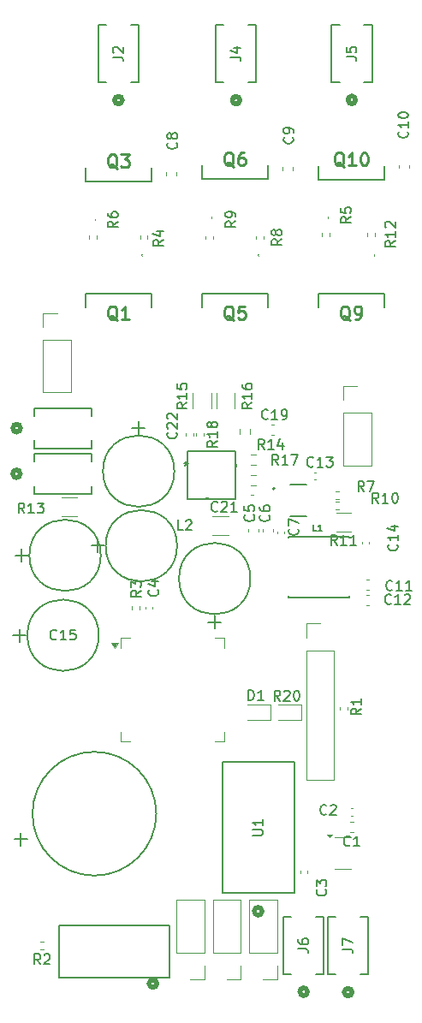
<source format=gbr>
%TF.GenerationSoftware,KiCad,Pcbnew,9.0.2*%
%TF.CreationDate,2025-08-16T18:35:03-07:00*%
%TF.ProjectId,Transmitter,5472616e-736d-4697-9474-65722e6b6963,rev?*%
%TF.SameCoordinates,Original*%
%TF.FileFunction,Legend,Top*%
%TF.FilePolarity,Positive*%
%FSLAX46Y46*%
G04 Gerber Fmt 4.6, Leading zero omitted, Abs format (unit mm)*
G04 Created by KiCad (PCBNEW 9.0.2) date 2025-08-16 18:35:03*
%MOMM*%
%LPD*%
G01*
G04 APERTURE LIST*
%ADD10C,0.150000*%
%ADD11C,0.254000*%
%ADD12C,0.120000*%
%ADD13C,0.200000*%
%ADD14C,0.127000*%
%ADD15C,0.100000*%
%ADD16C,0.152400*%
%ADD17C,0.508000*%
%ADD18C,0.000000*%
G04 APERTURE END LIST*
D10*
X115477142Y-92834819D02*
X115143809Y-92358628D01*
X114905714Y-92834819D02*
X114905714Y-91834819D01*
X114905714Y-91834819D02*
X115286666Y-91834819D01*
X115286666Y-91834819D02*
X115381904Y-91882438D01*
X115381904Y-91882438D02*
X115429523Y-91930057D01*
X115429523Y-91930057D02*
X115477142Y-92025295D01*
X115477142Y-92025295D02*
X115477142Y-92168152D01*
X115477142Y-92168152D02*
X115429523Y-92263390D01*
X115429523Y-92263390D02*
X115381904Y-92311009D01*
X115381904Y-92311009D02*
X115286666Y-92358628D01*
X115286666Y-92358628D02*
X114905714Y-92358628D01*
X115858095Y-91930057D02*
X115905714Y-91882438D01*
X115905714Y-91882438D02*
X116000952Y-91834819D01*
X116000952Y-91834819D02*
X116239047Y-91834819D01*
X116239047Y-91834819D02*
X116334285Y-91882438D01*
X116334285Y-91882438D02*
X116381904Y-91930057D01*
X116381904Y-91930057D02*
X116429523Y-92025295D01*
X116429523Y-92025295D02*
X116429523Y-92120533D01*
X116429523Y-92120533D02*
X116381904Y-92263390D01*
X116381904Y-92263390D02*
X115810476Y-92834819D01*
X115810476Y-92834819D02*
X116429523Y-92834819D01*
X117048571Y-91834819D02*
X117143809Y-91834819D01*
X117143809Y-91834819D02*
X117239047Y-91882438D01*
X117239047Y-91882438D02*
X117286666Y-91930057D01*
X117286666Y-91930057D02*
X117334285Y-92025295D01*
X117334285Y-92025295D02*
X117381904Y-92215771D01*
X117381904Y-92215771D02*
X117381904Y-92453866D01*
X117381904Y-92453866D02*
X117334285Y-92644342D01*
X117334285Y-92644342D02*
X117286666Y-92739580D01*
X117286666Y-92739580D02*
X117239047Y-92787200D01*
X117239047Y-92787200D02*
X117143809Y-92834819D01*
X117143809Y-92834819D02*
X117048571Y-92834819D01*
X117048571Y-92834819D02*
X116953333Y-92787200D01*
X116953333Y-92787200D02*
X116905714Y-92739580D01*
X116905714Y-92739580D02*
X116858095Y-92644342D01*
X116858095Y-92644342D02*
X116810476Y-92453866D01*
X116810476Y-92453866D02*
X116810476Y-92215771D01*
X116810476Y-92215771D02*
X116858095Y-92025295D01*
X116858095Y-92025295D02*
X116905714Y-91930057D01*
X116905714Y-91930057D02*
X116953333Y-91882438D01*
X116953333Y-91882438D02*
X117048571Y-91834819D01*
X112328905Y-92764819D02*
X112328905Y-91764819D01*
X112328905Y-91764819D02*
X112567000Y-91764819D01*
X112567000Y-91764819D02*
X112709857Y-91812438D01*
X112709857Y-91812438D02*
X112805095Y-91907676D01*
X112805095Y-91907676D02*
X112852714Y-92002914D01*
X112852714Y-92002914D02*
X112900333Y-92193390D01*
X112900333Y-92193390D02*
X112900333Y-92336247D01*
X112900333Y-92336247D02*
X112852714Y-92526723D01*
X112852714Y-92526723D02*
X112805095Y-92621961D01*
X112805095Y-92621961D02*
X112709857Y-92717200D01*
X112709857Y-92717200D02*
X112567000Y-92764819D01*
X112567000Y-92764819D02*
X112328905Y-92764819D01*
X113852714Y-92764819D02*
X113281286Y-92764819D01*
X113567000Y-92764819D02*
X113567000Y-91764819D01*
X113567000Y-91764819D02*
X113471762Y-91907676D01*
X113471762Y-91907676D02*
X113376524Y-92002914D01*
X113376524Y-92002914D02*
X113281286Y-92050533D01*
X112684819Y-63352857D02*
X112208628Y-63686190D01*
X112684819Y-63924285D02*
X111684819Y-63924285D01*
X111684819Y-63924285D02*
X111684819Y-63543333D01*
X111684819Y-63543333D02*
X111732438Y-63448095D01*
X111732438Y-63448095D02*
X111780057Y-63400476D01*
X111780057Y-63400476D02*
X111875295Y-63352857D01*
X111875295Y-63352857D02*
X112018152Y-63352857D01*
X112018152Y-63352857D02*
X112113390Y-63400476D01*
X112113390Y-63400476D02*
X112161009Y-63448095D01*
X112161009Y-63448095D02*
X112208628Y-63543333D01*
X112208628Y-63543333D02*
X112208628Y-63924285D01*
X112684819Y-62400476D02*
X112684819Y-62971904D01*
X112684819Y-62686190D02*
X111684819Y-62686190D01*
X111684819Y-62686190D02*
X111827676Y-62781428D01*
X111827676Y-62781428D02*
X111922914Y-62876666D01*
X111922914Y-62876666D02*
X111970533Y-62971904D01*
X111684819Y-61543333D02*
X111684819Y-61733809D01*
X111684819Y-61733809D02*
X111732438Y-61829047D01*
X111732438Y-61829047D02*
X111780057Y-61876666D01*
X111780057Y-61876666D02*
X111922914Y-61971904D01*
X111922914Y-61971904D02*
X112113390Y-62019523D01*
X112113390Y-62019523D02*
X112494342Y-62019523D01*
X112494342Y-62019523D02*
X112589580Y-61971904D01*
X112589580Y-61971904D02*
X112637200Y-61924285D01*
X112637200Y-61924285D02*
X112684819Y-61829047D01*
X112684819Y-61829047D02*
X112684819Y-61638571D01*
X112684819Y-61638571D02*
X112637200Y-61543333D01*
X112637200Y-61543333D02*
X112589580Y-61495714D01*
X112589580Y-61495714D02*
X112494342Y-61448095D01*
X112494342Y-61448095D02*
X112256247Y-61448095D01*
X112256247Y-61448095D02*
X112161009Y-61495714D01*
X112161009Y-61495714D02*
X112113390Y-61543333D01*
X112113390Y-61543333D02*
X112065771Y-61638571D01*
X112065771Y-61638571D02*
X112065771Y-61829047D01*
X112065771Y-61829047D02*
X112113390Y-61924285D01*
X112113390Y-61924285D02*
X112161009Y-61971904D01*
X112161009Y-61971904D02*
X112256247Y-62019523D01*
X106264819Y-63352857D02*
X105788628Y-63686190D01*
X106264819Y-63924285D02*
X105264819Y-63924285D01*
X105264819Y-63924285D02*
X105264819Y-63543333D01*
X105264819Y-63543333D02*
X105312438Y-63448095D01*
X105312438Y-63448095D02*
X105360057Y-63400476D01*
X105360057Y-63400476D02*
X105455295Y-63352857D01*
X105455295Y-63352857D02*
X105598152Y-63352857D01*
X105598152Y-63352857D02*
X105693390Y-63400476D01*
X105693390Y-63400476D02*
X105741009Y-63448095D01*
X105741009Y-63448095D02*
X105788628Y-63543333D01*
X105788628Y-63543333D02*
X105788628Y-63924285D01*
X106264819Y-62400476D02*
X106264819Y-62971904D01*
X106264819Y-62686190D02*
X105264819Y-62686190D01*
X105264819Y-62686190D02*
X105407676Y-62781428D01*
X105407676Y-62781428D02*
X105502914Y-62876666D01*
X105502914Y-62876666D02*
X105550533Y-62971904D01*
X105264819Y-61495714D02*
X105264819Y-61971904D01*
X105264819Y-61971904D02*
X105741009Y-62019523D01*
X105741009Y-62019523D02*
X105693390Y-61971904D01*
X105693390Y-61971904D02*
X105645771Y-61876666D01*
X105645771Y-61876666D02*
X105645771Y-61638571D01*
X105645771Y-61638571D02*
X105693390Y-61543333D01*
X105693390Y-61543333D02*
X105741009Y-61495714D01*
X105741009Y-61495714D02*
X105836247Y-61448095D01*
X105836247Y-61448095D02*
X106074342Y-61448095D01*
X106074342Y-61448095D02*
X106169580Y-61495714D01*
X106169580Y-61495714D02*
X106217200Y-61543333D01*
X106217200Y-61543333D02*
X106264819Y-61638571D01*
X106264819Y-61638571D02*
X106264819Y-61876666D01*
X106264819Y-61876666D02*
X106217200Y-61971904D01*
X106217200Y-61971904D02*
X106169580Y-62019523D01*
X90177142Y-74274819D02*
X89843809Y-73798628D01*
X89605714Y-74274819D02*
X89605714Y-73274819D01*
X89605714Y-73274819D02*
X89986666Y-73274819D01*
X89986666Y-73274819D02*
X90081904Y-73322438D01*
X90081904Y-73322438D02*
X90129523Y-73370057D01*
X90129523Y-73370057D02*
X90177142Y-73465295D01*
X90177142Y-73465295D02*
X90177142Y-73608152D01*
X90177142Y-73608152D02*
X90129523Y-73703390D01*
X90129523Y-73703390D02*
X90081904Y-73751009D01*
X90081904Y-73751009D02*
X89986666Y-73798628D01*
X89986666Y-73798628D02*
X89605714Y-73798628D01*
X91129523Y-74274819D02*
X90558095Y-74274819D01*
X90843809Y-74274819D02*
X90843809Y-73274819D01*
X90843809Y-73274819D02*
X90748571Y-73417676D01*
X90748571Y-73417676D02*
X90653333Y-73512914D01*
X90653333Y-73512914D02*
X90558095Y-73560533D01*
X91462857Y-73274819D02*
X92081904Y-73274819D01*
X92081904Y-73274819D02*
X91748571Y-73655771D01*
X91748571Y-73655771D02*
X91891428Y-73655771D01*
X91891428Y-73655771D02*
X91986666Y-73703390D01*
X91986666Y-73703390D02*
X92034285Y-73751009D01*
X92034285Y-73751009D02*
X92081904Y-73846247D01*
X92081904Y-73846247D02*
X92081904Y-74084342D01*
X92081904Y-74084342D02*
X92034285Y-74179580D01*
X92034285Y-74179580D02*
X91986666Y-74227200D01*
X91986666Y-74227200D02*
X91891428Y-74274819D01*
X91891428Y-74274819D02*
X91605714Y-74274819D01*
X91605714Y-74274819D02*
X91510476Y-74227200D01*
X91510476Y-74227200D02*
X91462857Y-74179580D01*
X121087142Y-77444819D02*
X120753809Y-76968628D01*
X120515714Y-77444819D02*
X120515714Y-76444819D01*
X120515714Y-76444819D02*
X120896666Y-76444819D01*
X120896666Y-76444819D02*
X120991904Y-76492438D01*
X120991904Y-76492438D02*
X121039523Y-76540057D01*
X121039523Y-76540057D02*
X121087142Y-76635295D01*
X121087142Y-76635295D02*
X121087142Y-76778152D01*
X121087142Y-76778152D02*
X121039523Y-76873390D01*
X121039523Y-76873390D02*
X120991904Y-76921009D01*
X120991904Y-76921009D02*
X120896666Y-76968628D01*
X120896666Y-76968628D02*
X120515714Y-76968628D01*
X122039523Y-77444819D02*
X121468095Y-77444819D01*
X121753809Y-77444819D02*
X121753809Y-76444819D01*
X121753809Y-76444819D02*
X121658571Y-76587676D01*
X121658571Y-76587676D02*
X121563333Y-76682914D01*
X121563333Y-76682914D02*
X121468095Y-76730533D01*
X122991904Y-77444819D02*
X122420476Y-77444819D01*
X122706190Y-77444819D02*
X122706190Y-76444819D01*
X122706190Y-76444819D02*
X122610952Y-76587676D01*
X122610952Y-76587676D02*
X122515714Y-76682914D01*
X122515714Y-76682914D02*
X122420476Y-76730533D01*
X126577142Y-81839580D02*
X126529523Y-81887200D01*
X126529523Y-81887200D02*
X126386666Y-81934819D01*
X126386666Y-81934819D02*
X126291428Y-81934819D01*
X126291428Y-81934819D02*
X126148571Y-81887200D01*
X126148571Y-81887200D02*
X126053333Y-81791961D01*
X126053333Y-81791961D02*
X126005714Y-81696723D01*
X126005714Y-81696723D02*
X125958095Y-81506247D01*
X125958095Y-81506247D02*
X125958095Y-81363390D01*
X125958095Y-81363390D02*
X126005714Y-81172914D01*
X126005714Y-81172914D02*
X126053333Y-81077676D01*
X126053333Y-81077676D02*
X126148571Y-80982438D01*
X126148571Y-80982438D02*
X126291428Y-80934819D01*
X126291428Y-80934819D02*
X126386666Y-80934819D01*
X126386666Y-80934819D02*
X126529523Y-80982438D01*
X126529523Y-80982438D02*
X126577142Y-81030057D01*
X127529523Y-81934819D02*
X126958095Y-81934819D01*
X127243809Y-81934819D02*
X127243809Y-80934819D01*
X127243809Y-80934819D02*
X127148571Y-81077676D01*
X127148571Y-81077676D02*
X127053333Y-81172914D01*
X127053333Y-81172914D02*
X126958095Y-81220533D01*
X128481904Y-81934819D02*
X127910476Y-81934819D01*
X128196190Y-81934819D02*
X128196190Y-80934819D01*
X128196190Y-80934819D02*
X128100952Y-81077676D01*
X128100952Y-81077676D02*
X128005714Y-81172914D01*
X128005714Y-81172914D02*
X127910476Y-81220533D01*
X126447142Y-83199580D02*
X126399523Y-83247200D01*
X126399523Y-83247200D02*
X126256666Y-83294819D01*
X126256666Y-83294819D02*
X126161428Y-83294819D01*
X126161428Y-83294819D02*
X126018571Y-83247200D01*
X126018571Y-83247200D02*
X125923333Y-83151961D01*
X125923333Y-83151961D02*
X125875714Y-83056723D01*
X125875714Y-83056723D02*
X125828095Y-82866247D01*
X125828095Y-82866247D02*
X125828095Y-82723390D01*
X125828095Y-82723390D02*
X125875714Y-82532914D01*
X125875714Y-82532914D02*
X125923333Y-82437676D01*
X125923333Y-82437676D02*
X126018571Y-82342438D01*
X126018571Y-82342438D02*
X126161428Y-82294819D01*
X126161428Y-82294819D02*
X126256666Y-82294819D01*
X126256666Y-82294819D02*
X126399523Y-82342438D01*
X126399523Y-82342438D02*
X126447142Y-82390057D01*
X127399523Y-83294819D02*
X126828095Y-83294819D01*
X127113809Y-83294819D02*
X127113809Y-82294819D01*
X127113809Y-82294819D02*
X127018571Y-82437676D01*
X127018571Y-82437676D02*
X126923333Y-82532914D01*
X126923333Y-82532914D02*
X126828095Y-82580533D01*
X127780476Y-82390057D02*
X127828095Y-82342438D01*
X127828095Y-82342438D02*
X127923333Y-82294819D01*
X127923333Y-82294819D02*
X128161428Y-82294819D01*
X128161428Y-82294819D02*
X128256666Y-82342438D01*
X128256666Y-82342438D02*
X128304285Y-82390057D01*
X128304285Y-82390057D02*
X128351904Y-82485295D01*
X128351904Y-82485295D02*
X128351904Y-82580533D01*
X128351904Y-82580533D02*
X128304285Y-82723390D01*
X128304285Y-82723390D02*
X127732857Y-83294819D01*
X127732857Y-83294819D02*
X128351904Y-83294819D01*
X114349580Y-74471666D02*
X114397200Y-74519285D01*
X114397200Y-74519285D02*
X114444819Y-74662142D01*
X114444819Y-74662142D02*
X114444819Y-74757380D01*
X114444819Y-74757380D02*
X114397200Y-74900237D01*
X114397200Y-74900237D02*
X114301961Y-74995475D01*
X114301961Y-74995475D02*
X114206723Y-75043094D01*
X114206723Y-75043094D02*
X114016247Y-75090713D01*
X114016247Y-75090713D02*
X113873390Y-75090713D01*
X113873390Y-75090713D02*
X113682914Y-75043094D01*
X113682914Y-75043094D02*
X113587676Y-74995475D01*
X113587676Y-74995475D02*
X113492438Y-74900237D01*
X113492438Y-74900237D02*
X113444819Y-74757380D01*
X113444819Y-74757380D02*
X113444819Y-74662142D01*
X113444819Y-74662142D02*
X113492438Y-74519285D01*
X113492438Y-74519285D02*
X113540057Y-74471666D01*
X113444819Y-73614523D02*
X113444819Y-73804999D01*
X113444819Y-73804999D02*
X113492438Y-73900237D01*
X113492438Y-73900237D02*
X113540057Y-73947856D01*
X113540057Y-73947856D02*
X113682914Y-74043094D01*
X113682914Y-74043094D02*
X113873390Y-74090713D01*
X113873390Y-74090713D02*
X114254342Y-74090713D01*
X114254342Y-74090713D02*
X114349580Y-74043094D01*
X114349580Y-74043094D02*
X114397200Y-73995475D01*
X114397200Y-73995475D02*
X114444819Y-73900237D01*
X114444819Y-73900237D02*
X114444819Y-73709761D01*
X114444819Y-73709761D02*
X114397200Y-73614523D01*
X114397200Y-73614523D02*
X114349580Y-73566904D01*
X114349580Y-73566904D02*
X114254342Y-73519285D01*
X114254342Y-73519285D02*
X114016247Y-73519285D01*
X114016247Y-73519285D02*
X113921009Y-73566904D01*
X113921009Y-73566904D02*
X113873390Y-73614523D01*
X113873390Y-73614523D02*
X113825771Y-73709761D01*
X113825771Y-73709761D02*
X113825771Y-73900237D01*
X113825771Y-73900237D02*
X113873390Y-73995475D01*
X113873390Y-73995475D02*
X113921009Y-74043094D01*
X113921009Y-74043094D02*
X114016247Y-74090713D01*
X112839580Y-74451666D02*
X112887200Y-74499285D01*
X112887200Y-74499285D02*
X112934819Y-74642142D01*
X112934819Y-74642142D02*
X112934819Y-74737380D01*
X112934819Y-74737380D02*
X112887200Y-74880237D01*
X112887200Y-74880237D02*
X112791961Y-74975475D01*
X112791961Y-74975475D02*
X112696723Y-75023094D01*
X112696723Y-75023094D02*
X112506247Y-75070713D01*
X112506247Y-75070713D02*
X112363390Y-75070713D01*
X112363390Y-75070713D02*
X112172914Y-75023094D01*
X112172914Y-75023094D02*
X112077676Y-74975475D01*
X112077676Y-74975475D02*
X111982438Y-74880237D01*
X111982438Y-74880237D02*
X111934819Y-74737380D01*
X111934819Y-74737380D02*
X111934819Y-74642142D01*
X111934819Y-74642142D02*
X111982438Y-74499285D01*
X111982438Y-74499285D02*
X112030057Y-74451666D01*
X111934819Y-73546904D02*
X111934819Y-74023094D01*
X111934819Y-74023094D02*
X112411009Y-74070713D01*
X112411009Y-74070713D02*
X112363390Y-74023094D01*
X112363390Y-74023094D02*
X112315771Y-73927856D01*
X112315771Y-73927856D02*
X112315771Y-73689761D01*
X112315771Y-73689761D02*
X112363390Y-73594523D01*
X112363390Y-73594523D02*
X112411009Y-73546904D01*
X112411009Y-73546904D02*
X112506247Y-73499285D01*
X112506247Y-73499285D02*
X112744342Y-73499285D01*
X112744342Y-73499285D02*
X112839580Y-73546904D01*
X112839580Y-73546904D02*
X112887200Y-73594523D01*
X112887200Y-73594523D02*
X112934819Y-73689761D01*
X112934819Y-73689761D02*
X112934819Y-73927856D01*
X112934819Y-73927856D02*
X112887200Y-74023094D01*
X112887200Y-74023094D02*
X112839580Y-74070713D01*
X122393333Y-107115580D02*
X122345714Y-107163200D01*
X122345714Y-107163200D02*
X122202857Y-107210819D01*
X122202857Y-107210819D02*
X122107619Y-107210819D01*
X122107619Y-107210819D02*
X121964762Y-107163200D01*
X121964762Y-107163200D02*
X121869524Y-107067961D01*
X121869524Y-107067961D02*
X121821905Y-106972723D01*
X121821905Y-106972723D02*
X121774286Y-106782247D01*
X121774286Y-106782247D02*
X121774286Y-106639390D01*
X121774286Y-106639390D02*
X121821905Y-106448914D01*
X121821905Y-106448914D02*
X121869524Y-106353676D01*
X121869524Y-106353676D02*
X121964762Y-106258438D01*
X121964762Y-106258438D02*
X122107619Y-106210819D01*
X122107619Y-106210819D02*
X122202857Y-106210819D01*
X122202857Y-106210819D02*
X122345714Y-106258438D01*
X122345714Y-106258438D02*
X122393333Y-106306057D01*
X123345714Y-107210819D02*
X122774286Y-107210819D01*
X123060000Y-107210819D02*
X123060000Y-106210819D01*
X123060000Y-106210819D02*
X122964762Y-106353676D01*
X122964762Y-106353676D02*
X122869524Y-106448914D01*
X122869524Y-106448914D02*
X122774286Y-106496533D01*
X119969580Y-111496666D02*
X120017200Y-111544285D01*
X120017200Y-111544285D02*
X120064819Y-111687142D01*
X120064819Y-111687142D02*
X120064819Y-111782380D01*
X120064819Y-111782380D02*
X120017200Y-111925237D01*
X120017200Y-111925237D02*
X119921961Y-112020475D01*
X119921961Y-112020475D02*
X119826723Y-112068094D01*
X119826723Y-112068094D02*
X119636247Y-112115713D01*
X119636247Y-112115713D02*
X119493390Y-112115713D01*
X119493390Y-112115713D02*
X119302914Y-112068094D01*
X119302914Y-112068094D02*
X119207676Y-112020475D01*
X119207676Y-112020475D02*
X119112438Y-111925237D01*
X119112438Y-111925237D02*
X119064819Y-111782380D01*
X119064819Y-111782380D02*
X119064819Y-111687142D01*
X119064819Y-111687142D02*
X119112438Y-111544285D01*
X119112438Y-111544285D02*
X119160057Y-111496666D01*
X119064819Y-111163332D02*
X119064819Y-110544285D01*
X119064819Y-110544285D02*
X119445771Y-110877618D01*
X119445771Y-110877618D02*
X119445771Y-110734761D01*
X119445771Y-110734761D02*
X119493390Y-110639523D01*
X119493390Y-110639523D02*
X119541009Y-110591904D01*
X119541009Y-110591904D02*
X119636247Y-110544285D01*
X119636247Y-110544285D02*
X119874342Y-110544285D01*
X119874342Y-110544285D02*
X119969580Y-110591904D01*
X119969580Y-110591904D02*
X120017200Y-110639523D01*
X120017200Y-110639523D02*
X120064819Y-110734761D01*
X120064819Y-110734761D02*
X120064819Y-111020475D01*
X120064819Y-111020475D02*
X120017200Y-111115713D01*
X120017200Y-111115713D02*
X119969580Y-111163332D01*
X118757142Y-69619580D02*
X118709523Y-69667200D01*
X118709523Y-69667200D02*
X118566666Y-69714819D01*
X118566666Y-69714819D02*
X118471428Y-69714819D01*
X118471428Y-69714819D02*
X118328571Y-69667200D01*
X118328571Y-69667200D02*
X118233333Y-69571961D01*
X118233333Y-69571961D02*
X118185714Y-69476723D01*
X118185714Y-69476723D02*
X118138095Y-69286247D01*
X118138095Y-69286247D02*
X118138095Y-69143390D01*
X118138095Y-69143390D02*
X118185714Y-68952914D01*
X118185714Y-68952914D02*
X118233333Y-68857676D01*
X118233333Y-68857676D02*
X118328571Y-68762438D01*
X118328571Y-68762438D02*
X118471428Y-68714819D01*
X118471428Y-68714819D02*
X118566666Y-68714819D01*
X118566666Y-68714819D02*
X118709523Y-68762438D01*
X118709523Y-68762438D02*
X118757142Y-68810057D01*
X119709523Y-69714819D02*
X119138095Y-69714819D01*
X119423809Y-69714819D02*
X119423809Y-68714819D01*
X119423809Y-68714819D02*
X119328571Y-68857676D01*
X119328571Y-68857676D02*
X119233333Y-68952914D01*
X119233333Y-68952914D02*
X119138095Y-69000533D01*
X120042857Y-68714819D02*
X120661904Y-68714819D01*
X120661904Y-68714819D02*
X120328571Y-69095771D01*
X120328571Y-69095771D02*
X120471428Y-69095771D01*
X120471428Y-69095771D02*
X120566666Y-69143390D01*
X120566666Y-69143390D02*
X120614285Y-69191009D01*
X120614285Y-69191009D02*
X120661904Y-69286247D01*
X120661904Y-69286247D02*
X120661904Y-69524342D01*
X120661904Y-69524342D02*
X120614285Y-69619580D01*
X120614285Y-69619580D02*
X120566666Y-69667200D01*
X120566666Y-69667200D02*
X120471428Y-69714819D01*
X120471428Y-69714819D02*
X120185714Y-69714819D01*
X120185714Y-69714819D02*
X120090476Y-69667200D01*
X120090476Y-69667200D02*
X120042857Y-69619580D01*
D11*
X110879047Y-55195270D02*
X110758095Y-55134794D01*
X110758095Y-55134794D02*
X110637142Y-55013842D01*
X110637142Y-55013842D02*
X110455714Y-54832413D01*
X110455714Y-54832413D02*
X110334761Y-54771937D01*
X110334761Y-54771937D02*
X110213809Y-54771937D01*
X110274285Y-55074318D02*
X110153333Y-55013842D01*
X110153333Y-55013842D02*
X110032380Y-54892889D01*
X110032380Y-54892889D02*
X109971904Y-54650984D01*
X109971904Y-54650984D02*
X109971904Y-54227651D01*
X109971904Y-54227651D02*
X110032380Y-53985746D01*
X110032380Y-53985746D02*
X110153333Y-53864794D01*
X110153333Y-53864794D02*
X110274285Y-53804318D01*
X110274285Y-53804318D02*
X110516190Y-53804318D01*
X110516190Y-53804318D02*
X110637142Y-53864794D01*
X110637142Y-53864794D02*
X110758095Y-53985746D01*
X110758095Y-53985746D02*
X110818571Y-54227651D01*
X110818571Y-54227651D02*
X110818571Y-54650984D01*
X110818571Y-54650984D02*
X110758095Y-54892889D01*
X110758095Y-54892889D02*
X110637142Y-55013842D01*
X110637142Y-55013842D02*
X110516190Y-55074318D01*
X110516190Y-55074318D02*
X110274285Y-55074318D01*
X111967618Y-53804318D02*
X111362856Y-53804318D01*
X111362856Y-53804318D02*
X111302380Y-54409080D01*
X111302380Y-54409080D02*
X111362856Y-54348603D01*
X111362856Y-54348603D02*
X111483809Y-54288127D01*
X111483809Y-54288127D02*
X111786190Y-54288127D01*
X111786190Y-54288127D02*
X111907142Y-54348603D01*
X111907142Y-54348603D02*
X111967618Y-54409080D01*
X111967618Y-54409080D02*
X112028095Y-54530032D01*
X112028095Y-54530032D02*
X112028095Y-54832413D01*
X112028095Y-54832413D02*
X111967618Y-54953365D01*
X111967618Y-54953365D02*
X111907142Y-55013842D01*
X111907142Y-55013842D02*
X111786190Y-55074318D01*
X111786190Y-55074318D02*
X111483809Y-55074318D01*
X111483809Y-55074318D02*
X111362856Y-55013842D01*
X111362856Y-55013842D02*
X111302380Y-54953365D01*
D10*
X116709580Y-37096666D02*
X116757200Y-37144285D01*
X116757200Y-37144285D02*
X116804819Y-37287142D01*
X116804819Y-37287142D02*
X116804819Y-37382380D01*
X116804819Y-37382380D02*
X116757200Y-37525237D01*
X116757200Y-37525237D02*
X116661961Y-37620475D01*
X116661961Y-37620475D02*
X116566723Y-37668094D01*
X116566723Y-37668094D02*
X116376247Y-37715713D01*
X116376247Y-37715713D02*
X116233390Y-37715713D01*
X116233390Y-37715713D02*
X116042914Y-37668094D01*
X116042914Y-37668094D02*
X115947676Y-37620475D01*
X115947676Y-37620475D02*
X115852438Y-37525237D01*
X115852438Y-37525237D02*
X115804819Y-37382380D01*
X115804819Y-37382380D02*
X115804819Y-37287142D01*
X115804819Y-37287142D02*
X115852438Y-37144285D01*
X115852438Y-37144285D02*
X115900057Y-37096666D01*
X116804819Y-36620475D02*
X116804819Y-36429999D01*
X116804819Y-36429999D02*
X116757200Y-36334761D01*
X116757200Y-36334761D02*
X116709580Y-36287142D01*
X116709580Y-36287142D02*
X116566723Y-36191904D01*
X116566723Y-36191904D02*
X116376247Y-36144285D01*
X116376247Y-36144285D02*
X115995295Y-36144285D01*
X115995295Y-36144285D02*
X115900057Y-36191904D01*
X115900057Y-36191904D02*
X115852438Y-36239523D01*
X115852438Y-36239523D02*
X115804819Y-36334761D01*
X115804819Y-36334761D02*
X115804819Y-36525237D01*
X115804819Y-36525237D02*
X115852438Y-36620475D01*
X115852438Y-36620475D02*
X115900057Y-36668094D01*
X115900057Y-36668094D02*
X115995295Y-36715713D01*
X115995295Y-36715713D02*
X116233390Y-36715713D01*
X116233390Y-36715713D02*
X116328628Y-36668094D01*
X116328628Y-36668094D02*
X116376247Y-36620475D01*
X116376247Y-36620475D02*
X116423866Y-36525237D01*
X116423866Y-36525237D02*
X116423866Y-36334761D01*
X116423866Y-36334761D02*
X116376247Y-36239523D01*
X116376247Y-36239523D02*
X116328628Y-36191904D01*
X116328628Y-36191904D02*
X116233390Y-36144285D01*
X117254819Y-117349433D02*
X117969104Y-117349433D01*
X117969104Y-117349433D02*
X118111961Y-117397052D01*
X118111961Y-117397052D02*
X118207200Y-117492290D01*
X118207200Y-117492290D02*
X118254819Y-117635147D01*
X118254819Y-117635147D02*
X118254819Y-117730385D01*
X117254819Y-116444671D02*
X117254819Y-116635147D01*
X117254819Y-116635147D02*
X117302438Y-116730385D01*
X117302438Y-116730385D02*
X117350057Y-116778004D01*
X117350057Y-116778004D02*
X117492914Y-116873242D01*
X117492914Y-116873242D02*
X117683390Y-116920861D01*
X117683390Y-116920861D02*
X118064342Y-116920861D01*
X118064342Y-116920861D02*
X118159580Y-116873242D01*
X118159580Y-116873242D02*
X118207200Y-116825623D01*
X118207200Y-116825623D02*
X118254819Y-116730385D01*
X118254819Y-116730385D02*
X118254819Y-116539909D01*
X118254819Y-116539909D02*
X118207200Y-116444671D01*
X118207200Y-116444671D02*
X118159580Y-116397052D01*
X118159580Y-116397052D02*
X118064342Y-116349433D01*
X118064342Y-116349433D02*
X117826247Y-116349433D01*
X117826247Y-116349433D02*
X117731009Y-116397052D01*
X117731009Y-116397052D02*
X117683390Y-116444671D01*
X117683390Y-116444671D02*
X117635771Y-116539909D01*
X117635771Y-116539909D02*
X117635771Y-116730385D01*
X117635771Y-116730385D02*
X117683390Y-116825623D01*
X117683390Y-116825623D02*
X117731009Y-116873242D01*
X117731009Y-116873242D02*
X117826247Y-116920861D01*
X114257142Y-64919580D02*
X114209523Y-64967200D01*
X114209523Y-64967200D02*
X114066666Y-65014819D01*
X114066666Y-65014819D02*
X113971428Y-65014819D01*
X113971428Y-65014819D02*
X113828571Y-64967200D01*
X113828571Y-64967200D02*
X113733333Y-64871961D01*
X113733333Y-64871961D02*
X113685714Y-64776723D01*
X113685714Y-64776723D02*
X113638095Y-64586247D01*
X113638095Y-64586247D02*
X113638095Y-64443390D01*
X113638095Y-64443390D02*
X113685714Y-64252914D01*
X113685714Y-64252914D02*
X113733333Y-64157676D01*
X113733333Y-64157676D02*
X113828571Y-64062438D01*
X113828571Y-64062438D02*
X113971428Y-64014819D01*
X113971428Y-64014819D02*
X114066666Y-64014819D01*
X114066666Y-64014819D02*
X114209523Y-64062438D01*
X114209523Y-64062438D02*
X114257142Y-64110057D01*
X115209523Y-65014819D02*
X114638095Y-65014819D01*
X114923809Y-65014819D02*
X114923809Y-64014819D01*
X114923809Y-64014819D02*
X114828571Y-64157676D01*
X114828571Y-64157676D02*
X114733333Y-64252914D01*
X114733333Y-64252914D02*
X114638095Y-64300533D01*
X115685714Y-65014819D02*
X115876190Y-65014819D01*
X115876190Y-65014819D02*
X115971428Y-64967200D01*
X115971428Y-64967200D02*
X116019047Y-64919580D01*
X116019047Y-64919580D02*
X116114285Y-64776723D01*
X116114285Y-64776723D02*
X116161904Y-64586247D01*
X116161904Y-64586247D02*
X116161904Y-64205295D01*
X116161904Y-64205295D02*
X116114285Y-64110057D01*
X116114285Y-64110057D02*
X116066666Y-64062438D01*
X116066666Y-64062438D02*
X115971428Y-64014819D01*
X115971428Y-64014819D02*
X115780952Y-64014819D01*
X115780952Y-64014819D02*
X115685714Y-64062438D01*
X115685714Y-64062438D02*
X115638095Y-64110057D01*
X115638095Y-64110057D02*
X115590476Y-64205295D01*
X115590476Y-64205295D02*
X115590476Y-64443390D01*
X115590476Y-64443390D02*
X115638095Y-64538628D01*
X115638095Y-64538628D02*
X115685714Y-64586247D01*
X115685714Y-64586247D02*
X115780952Y-64633866D01*
X115780952Y-64633866D02*
X115971428Y-64633866D01*
X115971428Y-64633866D02*
X116066666Y-64586247D01*
X116066666Y-64586247D02*
X116114285Y-64538628D01*
X116114285Y-64538628D02*
X116161904Y-64443390D01*
D11*
X110879047Y-39995270D02*
X110758095Y-39934794D01*
X110758095Y-39934794D02*
X110637142Y-39813842D01*
X110637142Y-39813842D02*
X110455714Y-39632413D01*
X110455714Y-39632413D02*
X110334761Y-39571937D01*
X110334761Y-39571937D02*
X110213809Y-39571937D01*
X110274285Y-39874318D02*
X110153333Y-39813842D01*
X110153333Y-39813842D02*
X110032380Y-39692889D01*
X110032380Y-39692889D02*
X109971904Y-39450984D01*
X109971904Y-39450984D02*
X109971904Y-39027651D01*
X109971904Y-39027651D02*
X110032380Y-38785746D01*
X110032380Y-38785746D02*
X110153333Y-38664794D01*
X110153333Y-38664794D02*
X110274285Y-38604318D01*
X110274285Y-38604318D02*
X110516190Y-38604318D01*
X110516190Y-38604318D02*
X110637142Y-38664794D01*
X110637142Y-38664794D02*
X110758095Y-38785746D01*
X110758095Y-38785746D02*
X110818571Y-39027651D01*
X110818571Y-39027651D02*
X110818571Y-39450984D01*
X110818571Y-39450984D02*
X110758095Y-39692889D01*
X110758095Y-39692889D02*
X110637142Y-39813842D01*
X110637142Y-39813842D02*
X110516190Y-39874318D01*
X110516190Y-39874318D02*
X110274285Y-39874318D01*
X111907142Y-38604318D02*
X111665237Y-38604318D01*
X111665237Y-38604318D02*
X111544285Y-38664794D01*
X111544285Y-38664794D02*
X111483809Y-38725270D01*
X111483809Y-38725270D02*
X111362856Y-38906699D01*
X111362856Y-38906699D02*
X111302380Y-39148603D01*
X111302380Y-39148603D02*
X111302380Y-39632413D01*
X111302380Y-39632413D02*
X111362856Y-39753365D01*
X111362856Y-39753365D02*
X111423333Y-39813842D01*
X111423333Y-39813842D02*
X111544285Y-39874318D01*
X111544285Y-39874318D02*
X111786190Y-39874318D01*
X111786190Y-39874318D02*
X111907142Y-39813842D01*
X111907142Y-39813842D02*
X111967618Y-39753365D01*
X111967618Y-39753365D02*
X112028095Y-39632413D01*
X112028095Y-39632413D02*
X112028095Y-39330032D01*
X112028095Y-39330032D02*
X111967618Y-39209080D01*
X111967618Y-39209080D02*
X111907142Y-39148603D01*
X111907142Y-39148603D02*
X111786190Y-39088127D01*
X111786190Y-39088127D02*
X111544285Y-39088127D01*
X111544285Y-39088127D02*
X111423333Y-39148603D01*
X111423333Y-39148603D02*
X111362856Y-39209080D01*
X111362856Y-39209080D02*
X111302380Y-39330032D01*
D10*
X105209580Y-37636666D02*
X105257200Y-37684285D01*
X105257200Y-37684285D02*
X105304819Y-37827142D01*
X105304819Y-37827142D02*
X105304819Y-37922380D01*
X105304819Y-37922380D02*
X105257200Y-38065237D01*
X105257200Y-38065237D02*
X105161961Y-38160475D01*
X105161961Y-38160475D02*
X105066723Y-38208094D01*
X105066723Y-38208094D02*
X104876247Y-38255713D01*
X104876247Y-38255713D02*
X104733390Y-38255713D01*
X104733390Y-38255713D02*
X104542914Y-38208094D01*
X104542914Y-38208094D02*
X104447676Y-38160475D01*
X104447676Y-38160475D02*
X104352438Y-38065237D01*
X104352438Y-38065237D02*
X104304819Y-37922380D01*
X104304819Y-37922380D02*
X104304819Y-37827142D01*
X104304819Y-37827142D02*
X104352438Y-37684285D01*
X104352438Y-37684285D02*
X104400057Y-37636666D01*
X104733390Y-37065237D02*
X104685771Y-37160475D01*
X104685771Y-37160475D02*
X104638152Y-37208094D01*
X104638152Y-37208094D02*
X104542914Y-37255713D01*
X104542914Y-37255713D02*
X104495295Y-37255713D01*
X104495295Y-37255713D02*
X104400057Y-37208094D01*
X104400057Y-37208094D02*
X104352438Y-37160475D01*
X104352438Y-37160475D02*
X104304819Y-37065237D01*
X104304819Y-37065237D02*
X104304819Y-36874761D01*
X104304819Y-36874761D02*
X104352438Y-36779523D01*
X104352438Y-36779523D02*
X104400057Y-36731904D01*
X104400057Y-36731904D02*
X104495295Y-36684285D01*
X104495295Y-36684285D02*
X104542914Y-36684285D01*
X104542914Y-36684285D02*
X104638152Y-36731904D01*
X104638152Y-36731904D02*
X104685771Y-36779523D01*
X104685771Y-36779523D02*
X104733390Y-36874761D01*
X104733390Y-36874761D02*
X104733390Y-37065237D01*
X104733390Y-37065237D02*
X104781009Y-37160475D01*
X104781009Y-37160475D02*
X104828628Y-37208094D01*
X104828628Y-37208094D02*
X104923866Y-37255713D01*
X104923866Y-37255713D02*
X105114342Y-37255713D01*
X105114342Y-37255713D02*
X105209580Y-37208094D01*
X105209580Y-37208094D02*
X105257200Y-37160475D01*
X105257200Y-37160475D02*
X105304819Y-37065237D01*
X105304819Y-37065237D02*
X105304819Y-36874761D01*
X105304819Y-36874761D02*
X105257200Y-36779523D01*
X105257200Y-36779523D02*
X105209580Y-36731904D01*
X105209580Y-36731904D02*
X105114342Y-36684285D01*
X105114342Y-36684285D02*
X104923866Y-36684285D01*
X104923866Y-36684285D02*
X104828628Y-36731904D01*
X104828628Y-36731904D02*
X104781009Y-36779523D01*
X104781009Y-36779523D02*
X104733390Y-36874761D01*
X121654819Y-117393333D02*
X122369104Y-117393333D01*
X122369104Y-117393333D02*
X122511961Y-117440952D01*
X122511961Y-117440952D02*
X122607200Y-117536190D01*
X122607200Y-117536190D02*
X122654819Y-117679047D01*
X122654819Y-117679047D02*
X122654819Y-117774285D01*
X121654819Y-117012380D02*
X121654819Y-116345714D01*
X121654819Y-116345714D02*
X122654819Y-116774285D01*
X123484819Y-93606666D02*
X123008628Y-93939999D01*
X123484819Y-94178094D02*
X122484819Y-94178094D01*
X122484819Y-94178094D02*
X122484819Y-93797142D01*
X122484819Y-93797142D02*
X122532438Y-93701904D01*
X122532438Y-93701904D02*
X122580057Y-93654285D01*
X122580057Y-93654285D02*
X122675295Y-93606666D01*
X122675295Y-93606666D02*
X122818152Y-93606666D01*
X122818152Y-93606666D02*
X122913390Y-93654285D01*
X122913390Y-93654285D02*
X122961009Y-93701904D01*
X122961009Y-93701904D02*
X123008628Y-93797142D01*
X123008628Y-93797142D02*
X123008628Y-94178094D01*
X123484819Y-92654285D02*
X123484819Y-93225713D01*
X123484819Y-92939999D02*
X122484819Y-92939999D01*
X122484819Y-92939999D02*
X122627676Y-93035237D01*
X122627676Y-93035237D02*
X122722914Y-93130475D01*
X122722914Y-93130475D02*
X122770533Y-93225713D01*
D11*
X99379047Y-40195270D02*
X99258095Y-40134794D01*
X99258095Y-40134794D02*
X99137142Y-40013842D01*
X99137142Y-40013842D02*
X98955714Y-39832413D01*
X98955714Y-39832413D02*
X98834761Y-39771937D01*
X98834761Y-39771937D02*
X98713809Y-39771937D01*
X98774285Y-40074318D02*
X98653333Y-40013842D01*
X98653333Y-40013842D02*
X98532380Y-39892889D01*
X98532380Y-39892889D02*
X98471904Y-39650984D01*
X98471904Y-39650984D02*
X98471904Y-39227651D01*
X98471904Y-39227651D02*
X98532380Y-38985746D01*
X98532380Y-38985746D02*
X98653333Y-38864794D01*
X98653333Y-38864794D02*
X98774285Y-38804318D01*
X98774285Y-38804318D02*
X99016190Y-38804318D01*
X99016190Y-38804318D02*
X99137142Y-38864794D01*
X99137142Y-38864794D02*
X99258095Y-38985746D01*
X99258095Y-38985746D02*
X99318571Y-39227651D01*
X99318571Y-39227651D02*
X99318571Y-39650984D01*
X99318571Y-39650984D02*
X99258095Y-39892889D01*
X99258095Y-39892889D02*
X99137142Y-40013842D01*
X99137142Y-40013842D02*
X99016190Y-40074318D01*
X99016190Y-40074318D02*
X98774285Y-40074318D01*
X99741904Y-38804318D02*
X100528095Y-38804318D01*
X100528095Y-38804318D02*
X100104761Y-39288127D01*
X100104761Y-39288127D02*
X100286190Y-39288127D01*
X100286190Y-39288127D02*
X100407142Y-39348603D01*
X100407142Y-39348603D02*
X100467618Y-39409080D01*
X100467618Y-39409080D02*
X100528095Y-39530032D01*
X100528095Y-39530032D02*
X100528095Y-39832413D01*
X100528095Y-39832413D02*
X100467618Y-39953365D01*
X100467618Y-39953365D02*
X100407142Y-40013842D01*
X100407142Y-40013842D02*
X100286190Y-40074318D01*
X100286190Y-40074318D02*
X99923333Y-40074318D01*
X99923333Y-40074318D02*
X99802380Y-40013842D01*
X99802380Y-40013842D02*
X99741904Y-39953365D01*
D10*
X98934819Y-29163333D02*
X99649104Y-29163333D01*
X99649104Y-29163333D02*
X99791961Y-29210952D01*
X99791961Y-29210952D02*
X99887200Y-29306190D01*
X99887200Y-29306190D02*
X99934819Y-29449047D01*
X99934819Y-29449047D02*
X99934819Y-29544285D01*
X99030057Y-28734761D02*
X98982438Y-28687142D01*
X98982438Y-28687142D02*
X98934819Y-28591904D01*
X98934819Y-28591904D02*
X98934819Y-28353809D01*
X98934819Y-28353809D02*
X98982438Y-28258571D01*
X98982438Y-28258571D02*
X99030057Y-28210952D01*
X99030057Y-28210952D02*
X99125295Y-28163333D01*
X99125295Y-28163333D02*
X99220533Y-28163333D01*
X99220533Y-28163333D02*
X99363390Y-28210952D01*
X99363390Y-28210952D02*
X99934819Y-28782380D01*
X99934819Y-28782380D02*
X99934819Y-28163333D01*
X112754819Y-106157004D02*
X113564342Y-106157004D01*
X113564342Y-106157004D02*
X113659580Y-106109385D01*
X113659580Y-106109385D02*
X113707200Y-106061766D01*
X113707200Y-106061766D02*
X113754819Y-105966528D01*
X113754819Y-105966528D02*
X113754819Y-105776052D01*
X113754819Y-105776052D02*
X113707200Y-105680814D01*
X113707200Y-105680814D02*
X113659580Y-105633195D01*
X113659580Y-105633195D02*
X113564342Y-105585576D01*
X113564342Y-105585576D02*
X112754819Y-105585576D01*
X113754819Y-104585576D02*
X113754819Y-105157004D01*
X113754819Y-104871290D02*
X112754819Y-104871290D01*
X112754819Y-104871290D02*
X112897676Y-104966528D01*
X112897676Y-104966528D02*
X112992914Y-105061766D01*
X112992914Y-105061766D02*
X113040533Y-105157004D01*
X120063333Y-104019580D02*
X120015714Y-104067200D01*
X120015714Y-104067200D02*
X119872857Y-104114819D01*
X119872857Y-104114819D02*
X119777619Y-104114819D01*
X119777619Y-104114819D02*
X119634762Y-104067200D01*
X119634762Y-104067200D02*
X119539524Y-103971961D01*
X119539524Y-103971961D02*
X119491905Y-103876723D01*
X119491905Y-103876723D02*
X119444286Y-103686247D01*
X119444286Y-103686247D02*
X119444286Y-103543390D01*
X119444286Y-103543390D02*
X119491905Y-103352914D01*
X119491905Y-103352914D02*
X119539524Y-103257676D01*
X119539524Y-103257676D02*
X119634762Y-103162438D01*
X119634762Y-103162438D02*
X119777619Y-103114819D01*
X119777619Y-103114819D02*
X119872857Y-103114819D01*
X119872857Y-103114819D02*
X120015714Y-103162438D01*
X120015714Y-103162438D02*
X120063333Y-103210057D01*
X120444286Y-103210057D02*
X120491905Y-103162438D01*
X120491905Y-103162438D02*
X120587143Y-103114819D01*
X120587143Y-103114819D02*
X120825238Y-103114819D01*
X120825238Y-103114819D02*
X120920476Y-103162438D01*
X120920476Y-103162438D02*
X120968095Y-103210057D01*
X120968095Y-103210057D02*
X121015714Y-103305295D01*
X121015714Y-103305295D02*
X121015714Y-103400533D01*
X121015714Y-103400533D02*
X120968095Y-103543390D01*
X120968095Y-103543390D02*
X120396667Y-104114819D01*
X120396667Y-104114819D02*
X121015714Y-104114819D01*
X101734819Y-81926666D02*
X101258628Y-82259999D01*
X101734819Y-82498094D02*
X100734819Y-82498094D01*
X100734819Y-82498094D02*
X100734819Y-82117142D01*
X100734819Y-82117142D02*
X100782438Y-82021904D01*
X100782438Y-82021904D02*
X100830057Y-81974285D01*
X100830057Y-81974285D02*
X100925295Y-81926666D01*
X100925295Y-81926666D02*
X101068152Y-81926666D01*
X101068152Y-81926666D02*
X101163390Y-81974285D01*
X101163390Y-81974285D02*
X101211009Y-82021904D01*
X101211009Y-82021904D02*
X101258628Y-82117142D01*
X101258628Y-82117142D02*
X101258628Y-82498094D01*
X100734819Y-81593332D02*
X100734819Y-80974285D01*
X100734819Y-80974285D02*
X101115771Y-81307618D01*
X101115771Y-81307618D02*
X101115771Y-81164761D01*
X101115771Y-81164761D02*
X101163390Y-81069523D01*
X101163390Y-81069523D02*
X101211009Y-81021904D01*
X101211009Y-81021904D02*
X101306247Y-80974285D01*
X101306247Y-80974285D02*
X101544342Y-80974285D01*
X101544342Y-80974285D02*
X101639580Y-81021904D01*
X101639580Y-81021904D02*
X101687200Y-81069523D01*
X101687200Y-81069523D02*
X101734819Y-81164761D01*
X101734819Y-81164761D02*
X101734819Y-81450475D01*
X101734819Y-81450475D02*
X101687200Y-81545713D01*
X101687200Y-81545713D02*
X101639580Y-81593332D01*
X103914819Y-47266666D02*
X103438628Y-47599999D01*
X103914819Y-47838094D02*
X102914819Y-47838094D01*
X102914819Y-47838094D02*
X102914819Y-47457142D01*
X102914819Y-47457142D02*
X102962438Y-47361904D01*
X102962438Y-47361904D02*
X103010057Y-47314285D01*
X103010057Y-47314285D02*
X103105295Y-47266666D01*
X103105295Y-47266666D02*
X103248152Y-47266666D01*
X103248152Y-47266666D02*
X103343390Y-47314285D01*
X103343390Y-47314285D02*
X103391009Y-47361904D01*
X103391009Y-47361904D02*
X103438628Y-47457142D01*
X103438628Y-47457142D02*
X103438628Y-47838094D01*
X103248152Y-46409523D02*
X103914819Y-46409523D01*
X102867200Y-46647618D02*
X103581485Y-46885713D01*
X103581485Y-46885713D02*
X103581485Y-46266666D01*
X115297142Y-69484819D02*
X114963809Y-69008628D01*
X114725714Y-69484819D02*
X114725714Y-68484819D01*
X114725714Y-68484819D02*
X115106666Y-68484819D01*
X115106666Y-68484819D02*
X115201904Y-68532438D01*
X115201904Y-68532438D02*
X115249523Y-68580057D01*
X115249523Y-68580057D02*
X115297142Y-68675295D01*
X115297142Y-68675295D02*
X115297142Y-68818152D01*
X115297142Y-68818152D02*
X115249523Y-68913390D01*
X115249523Y-68913390D02*
X115201904Y-68961009D01*
X115201904Y-68961009D02*
X115106666Y-69008628D01*
X115106666Y-69008628D02*
X114725714Y-69008628D01*
X116249523Y-69484819D02*
X115678095Y-69484819D01*
X115963809Y-69484819D02*
X115963809Y-68484819D01*
X115963809Y-68484819D02*
X115868571Y-68627676D01*
X115868571Y-68627676D02*
X115773333Y-68722914D01*
X115773333Y-68722914D02*
X115678095Y-68770533D01*
X116582857Y-68484819D02*
X117249523Y-68484819D01*
X117249523Y-68484819D02*
X116820952Y-69484819D01*
X105863333Y-75954819D02*
X105387143Y-75954819D01*
X105387143Y-75954819D02*
X105387143Y-74954819D01*
X106149048Y-75050057D02*
X106196667Y-75002438D01*
X106196667Y-75002438D02*
X106291905Y-74954819D01*
X106291905Y-74954819D02*
X106530000Y-74954819D01*
X106530000Y-74954819D02*
X106625238Y-75002438D01*
X106625238Y-75002438D02*
X106672857Y-75050057D01*
X106672857Y-75050057D02*
X106720476Y-75145295D01*
X106720476Y-75145295D02*
X106720476Y-75240533D01*
X106720476Y-75240533D02*
X106672857Y-75383390D01*
X106672857Y-75383390D02*
X106101429Y-75954819D01*
X106101429Y-75954819D02*
X106720476Y-75954819D01*
X110574819Y-29173333D02*
X111289104Y-29173333D01*
X111289104Y-29173333D02*
X111431961Y-29220952D01*
X111431961Y-29220952D02*
X111527200Y-29316190D01*
X111527200Y-29316190D02*
X111574819Y-29459047D01*
X111574819Y-29459047D02*
X111574819Y-29554285D01*
X110908152Y-28268571D02*
X111574819Y-28268571D01*
X110527200Y-28506666D02*
X111241485Y-28744761D01*
X111241485Y-28744761D02*
X111241485Y-28125714D01*
D11*
X122379047Y-55195270D02*
X122258095Y-55134794D01*
X122258095Y-55134794D02*
X122137142Y-55013842D01*
X122137142Y-55013842D02*
X121955714Y-54832413D01*
X121955714Y-54832413D02*
X121834761Y-54771937D01*
X121834761Y-54771937D02*
X121713809Y-54771937D01*
X121774285Y-55074318D02*
X121653333Y-55013842D01*
X121653333Y-55013842D02*
X121532380Y-54892889D01*
X121532380Y-54892889D02*
X121471904Y-54650984D01*
X121471904Y-54650984D02*
X121471904Y-54227651D01*
X121471904Y-54227651D02*
X121532380Y-53985746D01*
X121532380Y-53985746D02*
X121653333Y-53864794D01*
X121653333Y-53864794D02*
X121774285Y-53804318D01*
X121774285Y-53804318D02*
X122016190Y-53804318D01*
X122016190Y-53804318D02*
X122137142Y-53864794D01*
X122137142Y-53864794D02*
X122258095Y-53985746D01*
X122258095Y-53985746D02*
X122318571Y-54227651D01*
X122318571Y-54227651D02*
X122318571Y-54650984D01*
X122318571Y-54650984D02*
X122258095Y-54892889D01*
X122258095Y-54892889D02*
X122137142Y-55013842D01*
X122137142Y-55013842D02*
X122016190Y-55074318D01*
X122016190Y-55074318D02*
X121774285Y-55074318D01*
X122923333Y-55074318D02*
X123165237Y-55074318D01*
X123165237Y-55074318D02*
X123286190Y-55013842D01*
X123286190Y-55013842D02*
X123346666Y-54953365D01*
X123346666Y-54953365D02*
X123467618Y-54771937D01*
X123467618Y-54771937D02*
X123528095Y-54530032D01*
X123528095Y-54530032D02*
X123528095Y-54046222D01*
X123528095Y-54046222D02*
X123467618Y-53925270D01*
X123467618Y-53925270D02*
X123407142Y-53864794D01*
X123407142Y-53864794D02*
X123286190Y-53804318D01*
X123286190Y-53804318D02*
X123044285Y-53804318D01*
X123044285Y-53804318D02*
X122923333Y-53864794D01*
X122923333Y-53864794D02*
X122862856Y-53925270D01*
X122862856Y-53925270D02*
X122802380Y-54046222D01*
X122802380Y-54046222D02*
X122802380Y-54348603D01*
X122802380Y-54348603D02*
X122862856Y-54469556D01*
X122862856Y-54469556D02*
X122923333Y-54530032D01*
X122923333Y-54530032D02*
X123044285Y-54590508D01*
X123044285Y-54590508D02*
X123286190Y-54590508D01*
X123286190Y-54590508D02*
X123407142Y-54530032D01*
X123407142Y-54530032D02*
X123467618Y-54469556D01*
X123467618Y-54469556D02*
X123528095Y-54348603D01*
D10*
X115634819Y-47176666D02*
X115158628Y-47509999D01*
X115634819Y-47748094D02*
X114634819Y-47748094D01*
X114634819Y-47748094D02*
X114634819Y-47367142D01*
X114634819Y-47367142D02*
X114682438Y-47271904D01*
X114682438Y-47271904D02*
X114730057Y-47224285D01*
X114730057Y-47224285D02*
X114825295Y-47176666D01*
X114825295Y-47176666D02*
X114968152Y-47176666D01*
X114968152Y-47176666D02*
X115063390Y-47224285D01*
X115063390Y-47224285D02*
X115111009Y-47271904D01*
X115111009Y-47271904D02*
X115158628Y-47367142D01*
X115158628Y-47367142D02*
X115158628Y-47748094D01*
X115063390Y-46605237D02*
X115015771Y-46700475D01*
X115015771Y-46700475D02*
X114968152Y-46748094D01*
X114968152Y-46748094D02*
X114872914Y-46795713D01*
X114872914Y-46795713D02*
X114825295Y-46795713D01*
X114825295Y-46795713D02*
X114730057Y-46748094D01*
X114730057Y-46748094D02*
X114682438Y-46700475D01*
X114682438Y-46700475D02*
X114634819Y-46605237D01*
X114634819Y-46605237D02*
X114634819Y-46414761D01*
X114634819Y-46414761D02*
X114682438Y-46319523D01*
X114682438Y-46319523D02*
X114730057Y-46271904D01*
X114730057Y-46271904D02*
X114825295Y-46224285D01*
X114825295Y-46224285D02*
X114872914Y-46224285D01*
X114872914Y-46224285D02*
X114968152Y-46271904D01*
X114968152Y-46271904D02*
X115015771Y-46319523D01*
X115015771Y-46319523D02*
X115063390Y-46414761D01*
X115063390Y-46414761D02*
X115063390Y-46605237D01*
X115063390Y-46605237D02*
X115111009Y-46700475D01*
X115111009Y-46700475D02*
X115158628Y-46748094D01*
X115158628Y-46748094D02*
X115253866Y-46795713D01*
X115253866Y-46795713D02*
X115444342Y-46795713D01*
X115444342Y-46795713D02*
X115539580Y-46748094D01*
X115539580Y-46748094D02*
X115587200Y-46700475D01*
X115587200Y-46700475D02*
X115634819Y-46605237D01*
X115634819Y-46605237D02*
X115634819Y-46414761D01*
X115634819Y-46414761D02*
X115587200Y-46319523D01*
X115587200Y-46319523D02*
X115539580Y-46271904D01*
X115539580Y-46271904D02*
X115444342Y-46224285D01*
X115444342Y-46224285D02*
X115253866Y-46224285D01*
X115253866Y-46224285D02*
X115158628Y-46271904D01*
X115158628Y-46271904D02*
X115111009Y-46319523D01*
X115111009Y-46319523D02*
X115063390Y-46414761D01*
D11*
X99379047Y-55195270D02*
X99258095Y-55134794D01*
X99258095Y-55134794D02*
X99137142Y-55013842D01*
X99137142Y-55013842D02*
X98955714Y-54832413D01*
X98955714Y-54832413D02*
X98834761Y-54771937D01*
X98834761Y-54771937D02*
X98713809Y-54771937D01*
X98774285Y-55074318D02*
X98653333Y-55013842D01*
X98653333Y-55013842D02*
X98532380Y-54892889D01*
X98532380Y-54892889D02*
X98471904Y-54650984D01*
X98471904Y-54650984D02*
X98471904Y-54227651D01*
X98471904Y-54227651D02*
X98532380Y-53985746D01*
X98532380Y-53985746D02*
X98653333Y-53864794D01*
X98653333Y-53864794D02*
X98774285Y-53804318D01*
X98774285Y-53804318D02*
X99016190Y-53804318D01*
X99016190Y-53804318D02*
X99137142Y-53864794D01*
X99137142Y-53864794D02*
X99258095Y-53985746D01*
X99258095Y-53985746D02*
X99318571Y-54227651D01*
X99318571Y-54227651D02*
X99318571Y-54650984D01*
X99318571Y-54650984D02*
X99258095Y-54892889D01*
X99258095Y-54892889D02*
X99137142Y-55013842D01*
X99137142Y-55013842D02*
X99016190Y-55074318D01*
X99016190Y-55074318D02*
X98774285Y-55074318D01*
X100528095Y-55074318D02*
X99802380Y-55074318D01*
X100165237Y-55074318D02*
X100165237Y-53804318D01*
X100165237Y-53804318D02*
X100044285Y-53985746D01*
X100044285Y-53985746D02*
X99923333Y-54106699D01*
X99923333Y-54106699D02*
X99802380Y-54167175D01*
D10*
X123783333Y-72124819D02*
X123450000Y-71648628D01*
X123211905Y-72124819D02*
X123211905Y-71124819D01*
X123211905Y-71124819D02*
X123592857Y-71124819D01*
X123592857Y-71124819D02*
X123688095Y-71172438D01*
X123688095Y-71172438D02*
X123735714Y-71220057D01*
X123735714Y-71220057D02*
X123783333Y-71315295D01*
X123783333Y-71315295D02*
X123783333Y-71458152D01*
X123783333Y-71458152D02*
X123735714Y-71553390D01*
X123735714Y-71553390D02*
X123688095Y-71601009D01*
X123688095Y-71601009D02*
X123592857Y-71648628D01*
X123592857Y-71648628D02*
X123211905Y-71648628D01*
X124116667Y-71124819D02*
X124783333Y-71124819D01*
X124783333Y-71124819D02*
X124354762Y-72124819D01*
X109277142Y-74029580D02*
X109229523Y-74077200D01*
X109229523Y-74077200D02*
X109086666Y-74124819D01*
X109086666Y-74124819D02*
X108991428Y-74124819D01*
X108991428Y-74124819D02*
X108848571Y-74077200D01*
X108848571Y-74077200D02*
X108753333Y-73981961D01*
X108753333Y-73981961D02*
X108705714Y-73886723D01*
X108705714Y-73886723D02*
X108658095Y-73696247D01*
X108658095Y-73696247D02*
X108658095Y-73553390D01*
X108658095Y-73553390D02*
X108705714Y-73362914D01*
X108705714Y-73362914D02*
X108753333Y-73267676D01*
X108753333Y-73267676D02*
X108848571Y-73172438D01*
X108848571Y-73172438D02*
X108991428Y-73124819D01*
X108991428Y-73124819D02*
X109086666Y-73124819D01*
X109086666Y-73124819D02*
X109229523Y-73172438D01*
X109229523Y-73172438D02*
X109277142Y-73220057D01*
X109658095Y-73220057D02*
X109705714Y-73172438D01*
X109705714Y-73172438D02*
X109800952Y-73124819D01*
X109800952Y-73124819D02*
X110039047Y-73124819D01*
X110039047Y-73124819D02*
X110134285Y-73172438D01*
X110134285Y-73172438D02*
X110181904Y-73220057D01*
X110181904Y-73220057D02*
X110229523Y-73315295D01*
X110229523Y-73315295D02*
X110229523Y-73410533D01*
X110229523Y-73410533D02*
X110181904Y-73553390D01*
X110181904Y-73553390D02*
X109610476Y-74124819D01*
X109610476Y-74124819D02*
X110229523Y-74124819D01*
X111181904Y-74124819D02*
X110610476Y-74124819D01*
X110896190Y-74124819D02*
X110896190Y-73124819D01*
X110896190Y-73124819D02*
X110800952Y-73267676D01*
X110800952Y-73267676D02*
X110705714Y-73362914D01*
X110705714Y-73362914D02*
X110610476Y-73410533D01*
X105179580Y-66282857D02*
X105227200Y-66330476D01*
X105227200Y-66330476D02*
X105274819Y-66473333D01*
X105274819Y-66473333D02*
X105274819Y-66568571D01*
X105274819Y-66568571D02*
X105227200Y-66711428D01*
X105227200Y-66711428D02*
X105131961Y-66806666D01*
X105131961Y-66806666D02*
X105036723Y-66854285D01*
X105036723Y-66854285D02*
X104846247Y-66901904D01*
X104846247Y-66901904D02*
X104703390Y-66901904D01*
X104703390Y-66901904D02*
X104512914Y-66854285D01*
X104512914Y-66854285D02*
X104417676Y-66806666D01*
X104417676Y-66806666D02*
X104322438Y-66711428D01*
X104322438Y-66711428D02*
X104274819Y-66568571D01*
X104274819Y-66568571D02*
X104274819Y-66473333D01*
X104274819Y-66473333D02*
X104322438Y-66330476D01*
X104322438Y-66330476D02*
X104370057Y-66282857D01*
X104370057Y-65901904D02*
X104322438Y-65854285D01*
X104322438Y-65854285D02*
X104274819Y-65759047D01*
X104274819Y-65759047D02*
X104274819Y-65520952D01*
X104274819Y-65520952D02*
X104322438Y-65425714D01*
X104322438Y-65425714D02*
X104370057Y-65378095D01*
X104370057Y-65378095D02*
X104465295Y-65330476D01*
X104465295Y-65330476D02*
X104560533Y-65330476D01*
X104560533Y-65330476D02*
X104703390Y-65378095D01*
X104703390Y-65378095D02*
X105274819Y-65949523D01*
X105274819Y-65949523D02*
X105274819Y-65330476D01*
X104370057Y-64949523D02*
X104322438Y-64901904D01*
X104322438Y-64901904D02*
X104274819Y-64806666D01*
X104274819Y-64806666D02*
X104274819Y-64568571D01*
X104274819Y-64568571D02*
X104322438Y-64473333D01*
X104322438Y-64473333D02*
X104370057Y-64425714D01*
X104370057Y-64425714D02*
X104465295Y-64378095D01*
X104465295Y-64378095D02*
X104560533Y-64378095D01*
X104560533Y-64378095D02*
X104703390Y-64425714D01*
X104703390Y-64425714D02*
X105274819Y-64997142D01*
X105274819Y-64997142D02*
X105274819Y-64378095D01*
X119063333Y-76028276D02*
X118758571Y-76028276D01*
X118758571Y-76028276D02*
X118758571Y-75388276D01*
X119611905Y-76028276D02*
X119246190Y-76028276D01*
X119429047Y-76028276D02*
X119429047Y-75388276D01*
X119429047Y-75388276D02*
X119368095Y-75479704D01*
X119368095Y-75479704D02*
X119307143Y-75540657D01*
X119307143Y-75540657D02*
X119246190Y-75571133D01*
X127019580Y-77372857D02*
X127067200Y-77420476D01*
X127067200Y-77420476D02*
X127114819Y-77563333D01*
X127114819Y-77563333D02*
X127114819Y-77658571D01*
X127114819Y-77658571D02*
X127067200Y-77801428D01*
X127067200Y-77801428D02*
X126971961Y-77896666D01*
X126971961Y-77896666D02*
X126876723Y-77944285D01*
X126876723Y-77944285D02*
X126686247Y-77991904D01*
X126686247Y-77991904D02*
X126543390Y-77991904D01*
X126543390Y-77991904D02*
X126352914Y-77944285D01*
X126352914Y-77944285D02*
X126257676Y-77896666D01*
X126257676Y-77896666D02*
X126162438Y-77801428D01*
X126162438Y-77801428D02*
X126114819Y-77658571D01*
X126114819Y-77658571D02*
X126114819Y-77563333D01*
X126114819Y-77563333D02*
X126162438Y-77420476D01*
X126162438Y-77420476D02*
X126210057Y-77372857D01*
X127114819Y-76420476D02*
X127114819Y-76991904D01*
X127114819Y-76706190D02*
X126114819Y-76706190D01*
X126114819Y-76706190D02*
X126257676Y-76801428D01*
X126257676Y-76801428D02*
X126352914Y-76896666D01*
X126352914Y-76896666D02*
X126400533Y-76991904D01*
X126448152Y-75563333D02*
X127114819Y-75563333D01*
X126067200Y-75801428D02*
X126781485Y-76039523D01*
X126781485Y-76039523D02*
X126781485Y-75420476D01*
X111074819Y-45406666D02*
X110598628Y-45739999D01*
X111074819Y-45978094D02*
X110074819Y-45978094D01*
X110074819Y-45978094D02*
X110074819Y-45597142D01*
X110074819Y-45597142D02*
X110122438Y-45501904D01*
X110122438Y-45501904D02*
X110170057Y-45454285D01*
X110170057Y-45454285D02*
X110265295Y-45406666D01*
X110265295Y-45406666D02*
X110408152Y-45406666D01*
X110408152Y-45406666D02*
X110503390Y-45454285D01*
X110503390Y-45454285D02*
X110551009Y-45501904D01*
X110551009Y-45501904D02*
X110598628Y-45597142D01*
X110598628Y-45597142D02*
X110598628Y-45978094D01*
X111074819Y-44930475D02*
X111074819Y-44739999D01*
X111074819Y-44739999D02*
X111027200Y-44644761D01*
X111027200Y-44644761D02*
X110979580Y-44597142D01*
X110979580Y-44597142D02*
X110836723Y-44501904D01*
X110836723Y-44501904D02*
X110646247Y-44454285D01*
X110646247Y-44454285D02*
X110265295Y-44454285D01*
X110265295Y-44454285D02*
X110170057Y-44501904D01*
X110170057Y-44501904D02*
X110122438Y-44549523D01*
X110122438Y-44549523D02*
X110074819Y-44644761D01*
X110074819Y-44644761D02*
X110074819Y-44835237D01*
X110074819Y-44835237D02*
X110122438Y-44930475D01*
X110122438Y-44930475D02*
X110170057Y-44978094D01*
X110170057Y-44978094D02*
X110265295Y-45025713D01*
X110265295Y-45025713D02*
X110503390Y-45025713D01*
X110503390Y-45025713D02*
X110598628Y-44978094D01*
X110598628Y-44978094D02*
X110646247Y-44930475D01*
X110646247Y-44930475D02*
X110693866Y-44835237D01*
X110693866Y-44835237D02*
X110693866Y-44644761D01*
X110693866Y-44644761D02*
X110646247Y-44549523D01*
X110646247Y-44549523D02*
X110598628Y-44501904D01*
X110598628Y-44501904D02*
X110503390Y-44454285D01*
X125207142Y-73274819D02*
X124873809Y-72798628D01*
X124635714Y-73274819D02*
X124635714Y-72274819D01*
X124635714Y-72274819D02*
X125016666Y-72274819D01*
X125016666Y-72274819D02*
X125111904Y-72322438D01*
X125111904Y-72322438D02*
X125159523Y-72370057D01*
X125159523Y-72370057D02*
X125207142Y-72465295D01*
X125207142Y-72465295D02*
X125207142Y-72608152D01*
X125207142Y-72608152D02*
X125159523Y-72703390D01*
X125159523Y-72703390D02*
X125111904Y-72751009D01*
X125111904Y-72751009D02*
X125016666Y-72798628D01*
X125016666Y-72798628D02*
X124635714Y-72798628D01*
X126159523Y-73274819D02*
X125588095Y-73274819D01*
X125873809Y-73274819D02*
X125873809Y-72274819D01*
X125873809Y-72274819D02*
X125778571Y-72417676D01*
X125778571Y-72417676D02*
X125683333Y-72512914D01*
X125683333Y-72512914D02*
X125588095Y-72560533D01*
X126778571Y-72274819D02*
X126873809Y-72274819D01*
X126873809Y-72274819D02*
X126969047Y-72322438D01*
X126969047Y-72322438D02*
X127016666Y-72370057D01*
X127016666Y-72370057D02*
X127064285Y-72465295D01*
X127064285Y-72465295D02*
X127111904Y-72655771D01*
X127111904Y-72655771D02*
X127111904Y-72893866D01*
X127111904Y-72893866D02*
X127064285Y-73084342D01*
X127064285Y-73084342D02*
X127016666Y-73179580D01*
X127016666Y-73179580D02*
X126969047Y-73227200D01*
X126969047Y-73227200D02*
X126873809Y-73274819D01*
X126873809Y-73274819D02*
X126778571Y-73274819D01*
X126778571Y-73274819D02*
X126683333Y-73227200D01*
X126683333Y-73227200D02*
X126635714Y-73179580D01*
X126635714Y-73179580D02*
X126588095Y-73084342D01*
X126588095Y-73084342D02*
X126540476Y-72893866D01*
X126540476Y-72893866D02*
X126540476Y-72655771D01*
X126540476Y-72655771D02*
X126588095Y-72465295D01*
X126588095Y-72465295D02*
X126635714Y-72370057D01*
X126635714Y-72370057D02*
X126683333Y-72322438D01*
X126683333Y-72322438D02*
X126778571Y-72274819D01*
X93357142Y-86709580D02*
X93309523Y-86757200D01*
X93309523Y-86757200D02*
X93166666Y-86804819D01*
X93166666Y-86804819D02*
X93071428Y-86804819D01*
X93071428Y-86804819D02*
X92928571Y-86757200D01*
X92928571Y-86757200D02*
X92833333Y-86661961D01*
X92833333Y-86661961D02*
X92785714Y-86566723D01*
X92785714Y-86566723D02*
X92738095Y-86376247D01*
X92738095Y-86376247D02*
X92738095Y-86233390D01*
X92738095Y-86233390D02*
X92785714Y-86042914D01*
X92785714Y-86042914D02*
X92833333Y-85947676D01*
X92833333Y-85947676D02*
X92928571Y-85852438D01*
X92928571Y-85852438D02*
X93071428Y-85804819D01*
X93071428Y-85804819D02*
X93166666Y-85804819D01*
X93166666Y-85804819D02*
X93309523Y-85852438D01*
X93309523Y-85852438D02*
X93357142Y-85900057D01*
X94309523Y-86804819D02*
X93738095Y-86804819D01*
X94023809Y-86804819D02*
X94023809Y-85804819D01*
X94023809Y-85804819D02*
X93928571Y-85947676D01*
X93928571Y-85947676D02*
X93833333Y-86042914D01*
X93833333Y-86042914D02*
X93738095Y-86090533D01*
X95214285Y-85804819D02*
X94738095Y-85804819D01*
X94738095Y-85804819D02*
X94690476Y-86281009D01*
X94690476Y-86281009D02*
X94738095Y-86233390D01*
X94738095Y-86233390D02*
X94833333Y-86185771D01*
X94833333Y-86185771D02*
X95071428Y-86185771D01*
X95071428Y-86185771D02*
X95166666Y-86233390D01*
X95166666Y-86233390D02*
X95214285Y-86281009D01*
X95214285Y-86281009D02*
X95261904Y-86376247D01*
X95261904Y-86376247D02*
X95261904Y-86614342D01*
X95261904Y-86614342D02*
X95214285Y-86709580D01*
X95214285Y-86709580D02*
X95166666Y-86757200D01*
X95166666Y-86757200D02*
X95071428Y-86804819D01*
X95071428Y-86804819D02*
X94833333Y-86804819D01*
X94833333Y-86804819D02*
X94738095Y-86757200D01*
X94738095Y-86757200D02*
X94690476Y-86709580D01*
X106168400Y-69192819D02*
X106168400Y-69430914D01*
X105930305Y-69335676D02*
X106168400Y-69430914D01*
X106168400Y-69430914D02*
X106406495Y-69335676D01*
X106025543Y-69621390D02*
X106168400Y-69430914D01*
X106168400Y-69430914D02*
X106311257Y-69621390D01*
X106168400Y-69192819D02*
X106168400Y-69430914D01*
X105930305Y-69335676D02*
X106168400Y-69430914D01*
X106168400Y-69430914D02*
X106406495Y-69335676D01*
X106025543Y-69621390D02*
X106168400Y-69430914D01*
X106168400Y-69430914D02*
X106311257Y-69621390D01*
X122464819Y-44986666D02*
X121988628Y-45319999D01*
X122464819Y-45558094D02*
X121464819Y-45558094D01*
X121464819Y-45558094D02*
X121464819Y-45177142D01*
X121464819Y-45177142D02*
X121512438Y-45081904D01*
X121512438Y-45081904D02*
X121560057Y-45034285D01*
X121560057Y-45034285D02*
X121655295Y-44986666D01*
X121655295Y-44986666D02*
X121798152Y-44986666D01*
X121798152Y-44986666D02*
X121893390Y-45034285D01*
X121893390Y-45034285D02*
X121941009Y-45081904D01*
X121941009Y-45081904D02*
X121988628Y-45177142D01*
X121988628Y-45177142D02*
X121988628Y-45558094D01*
X121464819Y-44081904D02*
X121464819Y-44558094D01*
X121464819Y-44558094D02*
X121941009Y-44605713D01*
X121941009Y-44605713D02*
X121893390Y-44558094D01*
X121893390Y-44558094D02*
X121845771Y-44462856D01*
X121845771Y-44462856D02*
X121845771Y-44224761D01*
X121845771Y-44224761D02*
X121893390Y-44129523D01*
X121893390Y-44129523D02*
X121941009Y-44081904D01*
X121941009Y-44081904D02*
X122036247Y-44034285D01*
X122036247Y-44034285D02*
X122274342Y-44034285D01*
X122274342Y-44034285D02*
X122369580Y-44081904D01*
X122369580Y-44081904D02*
X122417200Y-44129523D01*
X122417200Y-44129523D02*
X122464819Y-44224761D01*
X122464819Y-44224761D02*
X122464819Y-44462856D01*
X122464819Y-44462856D02*
X122417200Y-44558094D01*
X122417200Y-44558094D02*
X122369580Y-44605713D01*
X128059580Y-36537857D02*
X128107200Y-36585476D01*
X128107200Y-36585476D02*
X128154819Y-36728333D01*
X128154819Y-36728333D02*
X128154819Y-36823571D01*
X128154819Y-36823571D02*
X128107200Y-36966428D01*
X128107200Y-36966428D02*
X128011961Y-37061666D01*
X128011961Y-37061666D02*
X127916723Y-37109285D01*
X127916723Y-37109285D02*
X127726247Y-37156904D01*
X127726247Y-37156904D02*
X127583390Y-37156904D01*
X127583390Y-37156904D02*
X127392914Y-37109285D01*
X127392914Y-37109285D02*
X127297676Y-37061666D01*
X127297676Y-37061666D02*
X127202438Y-36966428D01*
X127202438Y-36966428D02*
X127154819Y-36823571D01*
X127154819Y-36823571D02*
X127154819Y-36728333D01*
X127154819Y-36728333D02*
X127202438Y-36585476D01*
X127202438Y-36585476D02*
X127250057Y-36537857D01*
X128154819Y-35585476D02*
X128154819Y-36156904D01*
X128154819Y-35871190D02*
X127154819Y-35871190D01*
X127154819Y-35871190D02*
X127297676Y-35966428D01*
X127297676Y-35966428D02*
X127392914Y-36061666D01*
X127392914Y-36061666D02*
X127440533Y-36156904D01*
X127154819Y-34966428D02*
X127154819Y-34871190D01*
X127154819Y-34871190D02*
X127202438Y-34775952D01*
X127202438Y-34775952D02*
X127250057Y-34728333D01*
X127250057Y-34728333D02*
X127345295Y-34680714D01*
X127345295Y-34680714D02*
X127535771Y-34633095D01*
X127535771Y-34633095D02*
X127773866Y-34633095D01*
X127773866Y-34633095D02*
X127964342Y-34680714D01*
X127964342Y-34680714D02*
X128059580Y-34728333D01*
X128059580Y-34728333D02*
X128107200Y-34775952D01*
X128107200Y-34775952D02*
X128154819Y-34871190D01*
X128154819Y-34871190D02*
X128154819Y-34966428D01*
X128154819Y-34966428D02*
X128107200Y-35061666D01*
X128107200Y-35061666D02*
X128059580Y-35109285D01*
X128059580Y-35109285D02*
X127964342Y-35156904D01*
X127964342Y-35156904D02*
X127773866Y-35204523D01*
X127773866Y-35204523D02*
X127535771Y-35204523D01*
X127535771Y-35204523D02*
X127345295Y-35156904D01*
X127345295Y-35156904D02*
X127250057Y-35109285D01*
X127250057Y-35109285D02*
X127202438Y-35061666D01*
X127202438Y-35061666D02*
X127154819Y-34966428D01*
X91753333Y-118884819D02*
X91420000Y-118408628D01*
X91181905Y-118884819D02*
X91181905Y-117884819D01*
X91181905Y-117884819D02*
X91562857Y-117884819D01*
X91562857Y-117884819D02*
X91658095Y-117932438D01*
X91658095Y-117932438D02*
X91705714Y-117980057D01*
X91705714Y-117980057D02*
X91753333Y-118075295D01*
X91753333Y-118075295D02*
X91753333Y-118218152D01*
X91753333Y-118218152D02*
X91705714Y-118313390D01*
X91705714Y-118313390D02*
X91658095Y-118361009D01*
X91658095Y-118361009D02*
X91562857Y-118408628D01*
X91562857Y-118408628D02*
X91181905Y-118408628D01*
X92134286Y-117980057D02*
X92181905Y-117932438D01*
X92181905Y-117932438D02*
X92277143Y-117884819D01*
X92277143Y-117884819D02*
X92515238Y-117884819D01*
X92515238Y-117884819D02*
X92610476Y-117932438D01*
X92610476Y-117932438D02*
X92658095Y-117980057D01*
X92658095Y-117980057D02*
X92705714Y-118075295D01*
X92705714Y-118075295D02*
X92705714Y-118170533D01*
X92705714Y-118170533D02*
X92658095Y-118313390D01*
X92658095Y-118313390D02*
X92086667Y-118884819D01*
X92086667Y-118884819D02*
X92705714Y-118884819D01*
X122014819Y-29143333D02*
X122729104Y-29143333D01*
X122729104Y-29143333D02*
X122871961Y-29190952D01*
X122871961Y-29190952D02*
X122967200Y-29286190D01*
X122967200Y-29286190D02*
X123014819Y-29429047D01*
X123014819Y-29429047D02*
X123014819Y-29524285D01*
X122014819Y-28190952D02*
X122014819Y-28667142D01*
X122014819Y-28667142D02*
X122491009Y-28714761D01*
X122491009Y-28714761D02*
X122443390Y-28667142D01*
X122443390Y-28667142D02*
X122395771Y-28571904D01*
X122395771Y-28571904D02*
X122395771Y-28333809D01*
X122395771Y-28333809D02*
X122443390Y-28238571D01*
X122443390Y-28238571D02*
X122491009Y-28190952D01*
X122491009Y-28190952D02*
X122586247Y-28143333D01*
X122586247Y-28143333D02*
X122824342Y-28143333D01*
X122824342Y-28143333D02*
X122919580Y-28190952D01*
X122919580Y-28190952D02*
X122967200Y-28238571D01*
X122967200Y-28238571D02*
X123014819Y-28333809D01*
X123014819Y-28333809D02*
X123014819Y-28571904D01*
X123014819Y-28571904D02*
X122967200Y-28667142D01*
X122967200Y-28667142D02*
X122919580Y-28714761D01*
X99414819Y-45426666D02*
X98938628Y-45759999D01*
X99414819Y-45998094D02*
X98414819Y-45998094D01*
X98414819Y-45998094D02*
X98414819Y-45617142D01*
X98414819Y-45617142D02*
X98462438Y-45521904D01*
X98462438Y-45521904D02*
X98510057Y-45474285D01*
X98510057Y-45474285D02*
X98605295Y-45426666D01*
X98605295Y-45426666D02*
X98748152Y-45426666D01*
X98748152Y-45426666D02*
X98843390Y-45474285D01*
X98843390Y-45474285D02*
X98891009Y-45521904D01*
X98891009Y-45521904D02*
X98938628Y-45617142D01*
X98938628Y-45617142D02*
X98938628Y-45998094D01*
X98414819Y-44569523D02*
X98414819Y-44759999D01*
X98414819Y-44759999D02*
X98462438Y-44855237D01*
X98462438Y-44855237D02*
X98510057Y-44902856D01*
X98510057Y-44902856D02*
X98652914Y-44998094D01*
X98652914Y-44998094D02*
X98843390Y-45045713D01*
X98843390Y-45045713D02*
X99224342Y-45045713D01*
X99224342Y-45045713D02*
X99319580Y-44998094D01*
X99319580Y-44998094D02*
X99367200Y-44950475D01*
X99367200Y-44950475D02*
X99414819Y-44855237D01*
X99414819Y-44855237D02*
X99414819Y-44664761D01*
X99414819Y-44664761D02*
X99367200Y-44569523D01*
X99367200Y-44569523D02*
X99319580Y-44521904D01*
X99319580Y-44521904D02*
X99224342Y-44474285D01*
X99224342Y-44474285D02*
X98986247Y-44474285D01*
X98986247Y-44474285D02*
X98891009Y-44521904D01*
X98891009Y-44521904D02*
X98843390Y-44569523D01*
X98843390Y-44569523D02*
X98795771Y-44664761D01*
X98795771Y-44664761D02*
X98795771Y-44855237D01*
X98795771Y-44855237D02*
X98843390Y-44950475D01*
X98843390Y-44950475D02*
X98891009Y-44998094D01*
X98891009Y-44998094D02*
X98986247Y-45045713D01*
X103349580Y-81876666D02*
X103397200Y-81924285D01*
X103397200Y-81924285D02*
X103444819Y-82067142D01*
X103444819Y-82067142D02*
X103444819Y-82162380D01*
X103444819Y-82162380D02*
X103397200Y-82305237D01*
X103397200Y-82305237D02*
X103301961Y-82400475D01*
X103301961Y-82400475D02*
X103206723Y-82448094D01*
X103206723Y-82448094D02*
X103016247Y-82495713D01*
X103016247Y-82495713D02*
X102873390Y-82495713D01*
X102873390Y-82495713D02*
X102682914Y-82448094D01*
X102682914Y-82448094D02*
X102587676Y-82400475D01*
X102587676Y-82400475D02*
X102492438Y-82305237D01*
X102492438Y-82305237D02*
X102444819Y-82162380D01*
X102444819Y-82162380D02*
X102444819Y-82067142D01*
X102444819Y-82067142D02*
X102492438Y-81924285D01*
X102492438Y-81924285D02*
X102540057Y-81876666D01*
X102778152Y-81019523D02*
X103444819Y-81019523D01*
X102397200Y-81257618D02*
X103111485Y-81495713D01*
X103111485Y-81495713D02*
X103111485Y-80876666D01*
X126854819Y-47352857D02*
X126378628Y-47686190D01*
X126854819Y-47924285D02*
X125854819Y-47924285D01*
X125854819Y-47924285D02*
X125854819Y-47543333D01*
X125854819Y-47543333D02*
X125902438Y-47448095D01*
X125902438Y-47448095D02*
X125950057Y-47400476D01*
X125950057Y-47400476D02*
X126045295Y-47352857D01*
X126045295Y-47352857D02*
X126188152Y-47352857D01*
X126188152Y-47352857D02*
X126283390Y-47400476D01*
X126283390Y-47400476D02*
X126331009Y-47448095D01*
X126331009Y-47448095D02*
X126378628Y-47543333D01*
X126378628Y-47543333D02*
X126378628Y-47924285D01*
X126854819Y-46400476D02*
X126854819Y-46971904D01*
X126854819Y-46686190D02*
X125854819Y-46686190D01*
X125854819Y-46686190D02*
X125997676Y-46781428D01*
X125997676Y-46781428D02*
X126092914Y-46876666D01*
X126092914Y-46876666D02*
X126140533Y-46971904D01*
X125950057Y-46019523D02*
X125902438Y-45971904D01*
X125902438Y-45971904D02*
X125854819Y-45876666D01*
X125854819Y-45876666D02*
X125854819Y-45638571D01*
X125854819Y-45638571D02*
X125902438Y-45543333D01*
X125902438Y-45543333D02*
X125950057Y-45495714D01*
X125950057Y-45495714D02*
X126045295Y-45448095D01*
X126045295Y-45448095D02*
X126140533Y-45448095D01*
X126140533Y-45448095D02*
X126283390Y-45495714D01*
X126283390Y-45495714D02*
X126854819Y-46067142D01*
X126854819Y-46067142D02*
X126854819Y-45448095D01*
X109254819Y-67142857D02*
X108778628Y-67476190D01*
X109254819Y-67714285D02*
X108254819Y-67714285D01*
X108254819Y-67714285D02*
X108254819Y-67333333D01*
X108254819Y-67333333D02*
X108302438Y-67238095D01*
X108302438Y-67238095D02*
X108350057Y-67190476D01*
X108350057Y-67190476D02*
X108445295Y-67142857D01*
X108445295Y-67142857D02*
X108588152Y-67142857D01*
X108588152Y-67142857D02*
X108683390Y-67190476D01*
X108683390Y-67190476D02*
X108731009Y-67238095D01*
X108731009Y-67238095D02*
X108778628Y-67333333D01*
X108778628Y-67333333D02*
X108778628Y-67714285D01*
X109254819Y-66190476D02*
X109254819Y-66761904D01*
X109254819Y-66476190D02*
X108254819Y-66476190D01*
X108254819Y-66476190D02*
X108397676Y-66571428D01*
X108397676Y-66571428D02*
X108492914Y-66666666D01*
X108492914Y-66666666D02*
X108540533Y-66761904D01*
X108683390Y-65619047D02*
X108635771Y-65714285D01*
X108635771Y-65714285D02*
X108588152Y-65761904D01*
X108588152Y-65761904D02*
X108492914Y-65809523D01*
X108492914Y-65809523D02*
X108445295Y-65809523D01*
X108445295Y-65809523D02*
X108350057Y-65761904D01*
X108350057Y-65761904D02*
X108302438Y-65714285D01*
X108302438Y-65714285D02*
X108254819Y-65619047D01*
X108254819Y-65619047D02*
X108254819Y-65428571D01*
X108254819Y-65428571D02*
X108302438Y-65333333D01*
X108302438Y-65333333D02*
X108350057Y-65285714D01*
X108350057Y-65285714D02*
X108445295Y-65238095D01*
X108445295Y-65238095D02*
X108492914Y-65238095D01*
X108492914Y-65238095D02*
X108588152Y-65285714D01*
X108588152Y-65285714D02*
X108635771Y-65333333D01*
X108635771Y-65333333D02*
X108683390Y-65428571D01*
X108683390Y-65428571D02*
X108683390Y-65619047D01*
X108683390Y-65619047D02*
X108731009Y-65714285D01*
X108731009Y-65714285D02*
X108778628Y-65761904D01*
X108778628Y-65761904D02*
X108873866Y-65809523D01*
X108873866Y-65809523D02*
X109064342Y-65809523D01*
X109064342Y-65809523D02*
X109159580Y-65761904D01*
X109159580Y-65761904D02*
X109207200Y-65714285D01*
X109207200Y-65714285D02*
X109254819Y-65619047D01*
X109254819Y-65619047D02*
X109254819Y-65428571D01*
X109254819Y-65428571D02*
X109207200Y-65333333D01*
X109207200Y-65333333D02*
X109159580Y-65285714D01*
X109159580Y-65285714D02*
X109064342Y-65238095D01*
X109064342Y-65238095D02*
X108873866Y-65238095D01*
X108873866Y-65238095D02*
X108778628Y-65285714D01*
X108778628Y-65285714D02*
X108731009Y-65333333D01*
X108731009Y-65333333D02*
X108683390Y-65428571D01*
X113897142Y-67964819D02*
X113563809Y-67488628D01*
X113325714Y-67964819D02*
X113325714Y-66964819D01*
X113325714Y-66964819D02*
X113706666Y-66964819D01*
X113706666Y-66964819D02*
X113801904Y-67012438D01*
X113801904Y-67012438D02*
X113849523Y-67060057D01*
X113849523Y-67060057D02*
X113897142Y-67155295D01*
X113897142Y-67155295D02*
X113897142Y-67298152D01*
X113897142Y-67298152D02*
X113849523Y-67393390D01*
X113849523Y-67393390D02*
X113801904Y-67441009D01*
X113801904Y-67441009D02*
X113706666Y-67488628D01*
X113706666Y-67488628D02*
X113325714Y-67488628D01*
X114849523Y-67964819D02*
X114278095Y-67964819D01*
X114563809Y-67964819D02*
X114563809Y-66964819D01*
X114563809Y-66964819D02*
X114468571Y-67107676D01*
X114468571Y-67107676D02*
X114373333Y-67202914D01*
X114373333Y-67202914D02*
X114278095Y-67250533D01*
X115706666Y-67298152D02*
X115706666Y-67964819D01*
X115468571Y-66917200D02*
X115230476Y-67631485D01*
X115230476Y-67631485D02*
X115849523Y-67631485D01*
X117199580Y-75826666D02*
X117247200Y-75874285D01*
X117247200Y-75874285D02*
X117294819Y-76017142D01*
X117294819Y-76017142D02*
X117294819Y-76112380D01*
X117294819Y-76112380D02*
X117247200Y-76255237D01*
X117247200Y-76255237D02*
X117151961Y-76350475D01*
X117151961Y-76350475D02*
X117056723Y-76398094D01*
X117056723Y-76398094D02*
X116866247Y-76445713D01*
X116866247Y-76445713D02*
X116723390Y-76445713D01*
X116723390Y-76445713D02*
X116532914Y-76398094D01*
X116532914Y-76398094D02*
X116437676Y-76350475D01*
X116437676Y-76350475D02*
X116342438Y-76255237D01*
X116342438Y-76255237D02*
X116294819Y-76112380D01*
X116294819Y-76112380D02*
X116294819Y-76017142D01*
X116294819Y-76017142D02*
X116342438Y-75874285D01*
X116342438Y-75874285D02*
X116390057Y-75826666D01*
X116294819Y-75493332D02*
X116294819Y-74826666D01*
X116294819Y-74826666D02*
X117294819Y-75255237D01*
D11*
X121804285Y-40015270D02*
X121683333Y-39954794D01*
X121683333Y-39954794D02*
X121562380Y-39833842D01*
X121562380Y-39833842D02*
X121380952Y-39652413D01*
X121380952Y-39652413D02*
X121259999Y-39591937D01*
X121259999Y-39591937D02*
X121139047Y-39591937D01*
X121199523Y-39894318D02*
X121078571Y-39833842D01*
X121078571Y-39833842D02*
X120957618Y-39712889D01*
X120957618Y-39712889D02*
X120897142Y-39470984D01*
X120897142Y-39470984D02*
X120897142Y-39047651D01*
X120897142Y-39047651D02*
X120957618Y-38805746D01*
X120957618Y-38805746D02*
X121078571Y-38684794D01*
X121078571Y-38684794D02*
X121199523Y-38624318D01*
X121199523Y-38624318D02*
X121441428Y-38624318D01*
X121441428Y-38624318D02*
X121562380Y-38684794D01*
X121562380Y-38684794D02*
X121683333Y-38805746D01*
X121683333Y-38805746D02*
X121743809Y-39047651D01*
X121743809Y-39047651D02*
X121743809Y-39470984D01*
X121743809Y-39470984D02*
X121683333Y-39712889D01*
X121683333Y-39712889D02*
X121562380Y-39833842D01*
X121562380Y-39833842D02*
X121441428Y-39894318D01*
X121441428Y-39894318D02*
X121199523Y-39894318D01*
X122953333Y-39894318D02*
X122227618Y-39894318D01*
X122590475Y-39894318D02*
X122590475Y-38624318D01*
X122590475Y-38624318D02*
X122469523Y-38805746D01*
X122469523Y-38805746D02*
X122348571Y-38926699D01*
X122348571Y-38926699D02*
X122227618Y-38987175D01*
X123739523Y-38624318D02*
X123860476Y-38624318D01*
X123860476Y-38624318D02*
X123981428Y-38684794D01*
X123981428Y-38684794D02*
X124041904Y-38745270D01*
X124041904Y-38745270D02*
X124102380Y-38866222D01*
X124102380Y-38866222D02*
X124162857Y-39108127D01*
X124162857Y-39108127D02*
X124162857Y-39410508D01*
X124162857Y-39410508D02*
X124102380Y-39652413D01*
X124102380Y-39652413D02*
X124041904Y-39773365D01*
X124041904Y-39773365D02*
X123981428Y-39833842D01*
X123981428Y-39833842D02*
X123860476Y-39894318D01*
X123860476Y-39894318D02*
X123739523Y-39894318D01*
X123739523Y-39894318D02*
X123618571Y-39833842D01*
X123618571Y-39833842D02*
X123558095Y-39773365D01*
X123558095Y-39773365D02*
X123497618Y-39652413D01*
X123497618Y-39652413D02*
X123437142Y-39410508D01*
X123437142Y-39410508D02*
X123437142Y-39108127D01*
X123437142Y-39108127D02*
X123497618Y-38866222D01*
X123497618Y-38866222D02*
X123558095Y-38745270D01*
X123558095Y-38745270D02*
X123618571Y-38684794D01*
X123618571Y-38684794D02*
X123739523Y-38624318D01*
D12*
%TO.C,R20*%
X117585000Y-94695000D02*
X117585000Y-93225000D01*
X117585000Y-93225000D02*
X115300000Y-93225000D01*
X115300000Y-94695000D02*
X117585000Y-94695000D01*
%TO.C,D1*%
X114532000Y-94690000D02*
X114532000Y-93220000D01*
X114532000Y-93220000D02*
X112247000Y-93220000D01*
X112247000Y-94690000D02*
X114532000Y-94690000D01*
D13*
%TO.C,U4*%
X114945000Y-71850000D02*
G75*
G02*
X114745000Y-71850000I-100000J0D01*
G01*
X114745000Y-71850000D02*
G75*
G02*
X114945000Y-71850000I100000J0D01*
G01*
D14*
X116445000Y-74615000D02*
X118045000Y-74615000D01*
X116445000Y-71485000D02*
X118045000Y-71485000D01*
D12*
%TO.C,R16*%
X110970000Y-62420436D02*
X110970000Y-63874564D01*
X109150000Y-62420436D02*
X109150000Y-63874564D01*
%TO.C,R15*%
X108660000Y-62425436D02*
X108660000Y-63879564D01*
X106840000Y-62425436D02*
X106840000Y-63879564D01*
%TO.C,R13*%
X93897936Y-72740000D02*
X95352064Y-72740000D01*
X93897936Y-74560000D02*
X95352064Y-74560000D01*
%TO.C,R11*%
X122457064Y-76070000D02*
X121002936Y-76070000D01*
X122457064Y-74250000D02*
X121002936Y-74250000D01*
%TO.C,C11*%
X124014420Y-81880000D02*
X124295580Y-81880000D01*
X124014420Y-80860000D02*
X124295580Y-80860000D01*
%TO.C,C12*%
X123994420Y-82390000D02*
X124275580Y-82390000D01*
X123994420Y-83410000D02*
X124275580Y-83410000D01*
%TO.C,C6*%
X113790000Y-76095580D02*
X113790000Y-75814420D01*
X114810000Y-76095580D02*
X114810000Y-75814420D01*
%TO.C,C5*%
X112280000Y-76095580D02*
X112280000Y-75814420D01*
X113300000Y-76095580D02*
X113300000Y-75814420D01*
%TO.C,C1*%
X122700580Y-105836000D02*
X122419420Y-105836000D01*
X122700580Y-104816000D02*
X122419420Y-104816000D01*
%TO.C,C3*%
X117460000Y-109847836D02*
X117460000Y-109632164D01*
X118180000Y-109847836D02*
X118180000Y-109632164D01*
%TO.C,C13*%
X119027836Y-70240000D02*
X118812164Y-70240000D01*
X119027836Y-70960000D02*
X118812164Y-70960000D01*
D13*
%TO.C,Q5*%
X107750000Y-52550000D02*
X107750000Y-53900000D01*
D15*
X113300000Y-48700000D02*
X113300000Y-48700000D01*
X113300000Y-48800000D02*
X113300000Y-48800000D01*
D13*
X114250000Y-52550000D02*
X107750000Y-52550000D01*
X114250000Y-53900000D02*
X114250000Y-52550000D01*
D15*
X113300000Y-48700000D02*
G75*
G02*
X113300000Y-48800000I0J-50000D01*
G01*
X113300000Y-48800000D02*
G75*
G02*
X113300000Y-48700000I0J50000D01*
G01*
D12*
%TO.C,C9*%
X115690000Y-40059420D02*
X115690000Y-40340580D01*
X116710000Y-40059420D02*
X116710000Y-40340580D01*
%TO.C,R19*%
X111477500Y-65937742D02*
X111477500Y-66412258D01*
X112522500Y-65937742D02*
X112522500Y-66412258D01*
D16*
%TO.C,J6*%
X115806100Y-114196700D02*
X115806100Y-119835500D01*
X115806100Y-119835500D02*
X116584560Y-119835500D01*
X116584560Y-114196700D02*
X115806100Y-114196700D01*
X119015440Y-119835500D02*
X119793900Y-119835500D01*
X119793900Y-114196700D02*
X119015440Y-114196700D01*
X119793900Y-119835500D02*
X119793900Y-114196700D01*
D17*
X118181000Y-121613500D02*
G75*
G02*
X117419000Y-121613500I-381000J0D01*
G01*
X117419000Y-121613500D02*
G75*
G02*
X118181000Y-121613500I381000J0D01*
G01*
D12*
%TO.C,C19*%
X114584420Y-65490000D02*
X114865580Y-65490000D01*
X114584420Y-66510000D02*
X114865580Y-66510000D01*
D13*
%TO.C,Q6*%
X107750000Y-39900000D02*
X107750000Y-41250000D01*
X107750000Y-41250000D02*
X114250000Y-41250000D01*
D15*
X108700000Y-45000000D02*
X108700000Y-45000000D01*
X108700000Y-45100000D02*
X108700000Y-45100000D01*
D13*
X114250000Y-41250000D02*
X114250000Y-39900000D01*
D15*
X108700000Y-45000000D02*
G75*
G02*
X108700000Y-45100000I0J-50000D01*
G01*
X108700000Y-45100000D02*
G75*
G02*
X108700000Y-45000000I0J50000D01*
G01*
D12*
%TO.C,C8*%
X104190000Y-40584420D02*
X104190000Y-40865580D01*
X105210000Y-40584420D02*
X105210000Y-40865580D01*
D16*
%TO.C,J7*%
X120206100Y-114240600D02*
X120206100Y-119879400D01*
X120206100Y-119879400D02*
X120984560Y-119879400D01*
X120984560Y-114240600D02*
X120206100Y-114240600D01*
X123415440Y-119879400D02*
X124193900Y-119879400D01*
X124193900Y-114240600D02*
X123415440Y-114240600D01*
X124193900Y-119879400D02*
X124193900Y-114240600D01*
D17*
X122581000Y-121657400D02*
G75*
G02*
X121819000Y-121657400I-381000J0D01*
G01*
X121819000Y-121657400D02*
G75*
G02*
X122581000Y-121657400I381000J0D01*
G01*
D12*
%TO.C,R1*%
X121350000Y-93436359D02*
X121350000Y-93743641D01*
X122110000Y-93436359D02*
X122110000Y-93743641D01*
D13*
%TO.C,Q3*%
X96250000Y-40100000D02*
X96250000Y-41450000D01*
X96250000Y-41450000D02*
X102750000Y-41450000D01*
D15*
X97200000Y-45200000D02*
X97200000Y-45200000D01*
X97200000Y-45300000D02*
X97200000Y-45300000D01*
D13*
X102750000Y-41450000D02*
X102750000Y-40100000D01*
D15*
X97200000Y-45200000D02*
G75*
G02*
X97200000Y-45300000I0J-50000D01*
G01*
X97200000Y-45300000D02*
G75*
G02*
X97200000Y-45200000I0J50000D01*
G01*
D16*
%TO.C,J2*%
X97486100Y-26010600D02*
X97486100Y-31649400D01*
X97486100Y-31649400D02*
X98264560Y-31649400D01*
X98264560Y-26010600D02*
X97486100Y-26010600D01*
X100695440Y-31649400D02*
X101473900Y-31649400D01*
X101473900Y-26010600D02*
X100695440Y-26010600D01*
X101473900Y-31649400D02*
X101473900Y-26010600D01*
D17*
X99861000Y-33427400D02*
G75*
G02*
X99099000Y-33427400I-381000J0D01*
G01*
X99099000Y-33427400D02*
G75*
G02*
X99861000Y-33427400I381000J0D01*
G01*
D16*
%TO.C,U1*%
X109744000Y-98918100D02*
X109744000Y-111872100D01*
X109744000Y-111872100D02*
X116856000Y-111872100D01*
X116856000Y-98918100D02*
X109744000Y-98918100D01*
X116856000Y-111872100D02*
X116856000Y-98918100D01*
D17*
X113681000Y-113650100D02*
G75*
G02*
X112919000Y-113650100I-381000J0D01*
G01*
X112919000Y-113650100D02*
G75*
G02*
X113681000Y-113650100I381000J0D01*
G01*
D12*
%TO.C,C2*%
X122687836Y-103466000D02*
X122472164Y-103466000D01*
X122687836Y-104186000D02*
X122472164Y-104186000D01*
%TO.C,R3*%
X100820000Y-83783641D02*
X100820000Y-83476359D01*
X101580000Y-83783641D02*
X101580000Y-83476359D01*
D16*
%TO.C,J9*%
X91194500Y-63874650D02*
X91194500Y-64653110D01*
X91194500Y-67083990D02*
X91194500Y-67862450D01*
X91194500Y-67862450D02*
X96833300Y-67862450D01*
X96833300Y-63874650D02*
X91194500Y-63874650D01*
X96833300Y-64653110D02*
X96833300Y-63874650D01*
X96833300Y-67862450D02*
X96833300Y-67083990D01*
D17*
X89797500Y-65868550D02*
G75*
G02*
X89035500Y-65868550I-381000J0D01*
G01*
X89035500Y-65868550D02*
G75*
G02*
X89797500Y-65868550I381000J0D01*
G01*
D12*
%TO.C,R4*%
X101610000Y-47153641D02*
X101610000Y-46846359D01*
X102370000Y-47153641D02*
X102370000Y-46846359D01*
D16*
%TO.C,J1*%
X93629000Y-115013800D02*
X93629000Y-120220800D01*
X93629000Y-120220800D02*
X104551000Y-120220800D01*
X104551000Y-115013800D02*
X93629000Y-115013800D01*
X104551000Y-120220800D02*
X104551000Y-115013800D01*
D17*
X103281000Y-120805000D02*
G75*
G02*
X102519000Y-120805000I-381000J0D01*
G01*
X102519000Y-120805000D02*
G75*
G02*
X103281000Y-120805000I381000J0D01*
G01*
D12*
%TO.C,R17*%
X112587742Y-70477500D02*
X113062258Y-70477500D01*
X112587742Y-71522500D02*
X113062258Y-71522500D01*
%TO.C,J12*%
X105220000Y-117730000D02*
X105220000Y-112540000D01*
X107980000Y-112540000D02*
X105220000Y-112540000D01*
X107980000Y-117730000D02*
X105220000Y-117730000D01*
X107980000Y-117730000D02*
X107980000Y-112540000D01*
X107980000Y-119000000D02*
X107980000Y-120380000D01*
X107980000Y-120380000D02*
X106600000Y-120380000D01*
%TO.C,U2*%
X99715000Y-86640000D02*
X99715000Y-87590000D01*
X99715000Y-96860000D02*
X99715000Y-95910000D01*
X100665000Y-86640000D02*
X99715000Y-86640000D01*
X100665000Y-96860000D02*
X99715000Y-96860000D01*
X108985000Y-86640000D02*
X109935000Y-86640000D01*
X108985000Y-96860000D02*
X109935000Y-96860000D01*
X109935000Y-86640000D02*
X109935000Y-87590000D01*
X109935000Y-96860000D02*
X109935000Y-95910000D01*
X99100000Y-87590000D02*
X98760000Y-87120000D01*
X99440000Y-87120000D01*
X99100000Y-87590000D01*
G36*
X99100000Y-87590000D02*
G01*
X98760000Y-87120000D01*
X99440000Y-87120000D01*
X99100000Y-87590000D01*
G37*
%TO.C,L2*%
X110410242Y-74590000D02*
X108739758Y-74590000D01*
X110410242Y-76410000D02*
X108739758Y-76410000D01*
D16*
%TO.C,J4*%
X109126100Y-26020600D02*
X109126100Y-31659400D01*
X109126100Y-31659400D02*
X109904560Y-31659400D01*
X109904560Y-26020600D02*
X109126100Y-26020600D01*
X112335440Y-31659400D02*
X113113900Y-31659400D01*
X113113900Y-26020600D02*
X112335440Y-26020600D01*
X113113900Y-31659400D02*
X113113900Y-26020600D01*
D17*
X111501000Y-33437400D02*
G75*
G02*
X110739000Y-33437400I-381000J0D01*
G01*
X110739000Y-33437400D02*
G75*
G02*
X111501000Y-33437400I381000J0D01*
G01*
D16*
%TO.C,J8*%
X91174500Y-68384650D02*
X91174500Y-69163110D01*
X91174500Y-71593990D02*
X91174500Y-72372450D01*
X91174500Y-72372450D02*
X96813300Y-72372450D01*
X96813300Y-68384650D02*
X91174500Y-68384650D01*
X96813300Y-69163110D02*
X96813300Y-68384650D01*
X96813300Y-72372450D02*
X96813300Y-71593990D01*
D17*
X89777500Y-70378550D02*
G75*
G02*
X89015500Y-70378550I-381000J0D01*
G01*
X89015500Y-70378550D02*
G75*
G02*
X89777500Y-70378550I381000J0D01*
G01*
D12*
%TO.C,J14*%
X108820000Y-117730000D02*
X108820000Y-112540000D01*
X111580000Y-112540000D02*
X108820000Y-112540000D01*
X111580000Y-117730000D02*
X108820000Y-117730000D01*
X111580000Y-117730000D02*
X111580000Y-112540000D01*
X111580000Y-119000000D02*
X111580000Y-120380000D01*
X111580000Y-120380000D02*
X110200000Y-120380000D01*
D13*
%TO.C,Q9*%
X119250000Y-52550000D02*
X119250000Y-53900000D01*
D15*
X124800000Y-48700000D02*
X124800000Y-48700000D01*
X124800000Y-48800000D02*
X124800000Y-48800000D01*
D13*
X125750000Y-52550000D02*
X119250000Y-52550000D01*
X125750000Y-53900000D02*
X125750000Y-52550000D01*
D15*
X124800000Y-48700000D02*
G75*
G02*
X124800000Y-48800000I0J-50000D01*
G01*
X124800000Y-48800000D02*
G75*
G02*
X124800000Y-48700000I0J50000D01*
G01*
D12*
%TO.C,U3*%
X121662500Y-106320000D02*
X120862500Y-106320000D01*
X121662500Y-106320000D02*
X122462500Y-106320000D01*
X121662500Y-109440000D02*
X120862500Y-109440000D01*
X121662500Y-109440000D02*
X122462500Y-109440000D01*
X120362500Y-106370000D02*
X120122500Y-106040000D01*
X120602500Y-106040000D01*
X120362500Y-106370000D01*
G36*
X120362500Y-106370000D02*
G01*
X120122500Y-106040000D01*
X120602500Y-106040000D01*
X120362500Y-106370000D01*
G37*
%TO.C,J13*%
X112420000Y-117730000D02*
X112420000Y-112540000D01*
X115180000Y-112540000D02*
X112420000Y-112540000D01*
X115180000Y-117730000D02*
X112420000Y-117730000D01*
X115180000Y-117730000D02*
X115180000Y-112540000D01*
X115180000Y-119000000D02*
X115180000Y-120380000D01*
X115180000Y-120380000D02*
X113800000Y-120380000D01*
%TO.C,R8*%
X113120000Y-47163641D02*
X113120000Y-46856359D01*
X113880000Y-47163641D02*
X113880000Y-46856359D01*
D13*
%TO.C,Q1*%
X96250000Y-52550000D02*
X96250000Y-53900000D01*
D15*
X101800000Y-48700000D02*
X101800000Y-48700000D01*
X101800000Y-48800000D02*
X101800000Y-48800000D01*
D13*
X102750000Y-52550000D02*
X96250000Y-52550000D01*
X102750000Y-53900000D02*
X102750000Y-52550000D01*
D15*
X101800000Y-48700000D02*
G75*
G02*
X101800000Y-48800000I0J-50000D01*
G01*
X101800000Y-48800000D02*
G75*
G02*
X101800000Y-48700000I0J50000D01*
G01*
D12*
%TO.C,R7*%
X121303641Y-72150000D02*
X120996359Y-72150000D01*
X121303641Y-72910000D02*
X120996359Y-72910000D01*
%TO.C,C21*%
X112584420Y-72490000D02*
X112865580Y-72490000D01*
X112584420Y-73510000D02*
X112865580Y-73510000D01*
%TO.C,C22*%
X106160000Y-66607836D02*
X106160000Y-66392164D01*
X106880000Y-66607836D02*
X106880000Y-66392164D01*
D14*
%TO.C,L1*%
X116300000Y-76600000D02*
X116300000Y-76730000D01*
X116300000Y-76600000D02*
X122300000Y-76600000D01*
X116300000Y-82600000D02*
X116300000Y-82470000D01*
X116300000Y-82600000D02*
X122300000Y-82600000D01*
X122300000Y-76600000D02*
X122300000Y-76730000D01*
X122300000Y-82600000D02*
X122300000Y-82470000D01*
D12*
%TO.C,C14*%
X123540000Y-77307836D02*
X123540000Y-77092164D01*
X124260000Y-77307836D02*
X124260000Y-77092164D01*
%TO.C,R9*%
X108120000Y-46856359D02*
X108120000Y-47163641D01*
X108880000Y-46856359D02*
X108880000Y-47163641D01*
%TO.C,R10*%
X121293641Y-73120000D02*
X120986359Y-73120000D01*
X121293641Y-73880000D02*
X120986359Y-73880000D01*
D16*
%TO.C,C15*%
X89072400Y-86350000D02*
X90342400Y-86350000D01*
X89707400Y-85715000D02*
X89707400Y-86985000D01*
X97530600Y-86350000D02*
G75*
G02*
X90469400Y-86350000I-3530600J0D01*
G01*
X90469400Y-86350000D02*
G75*
G02*
X97530600Y-86350000I3530600J0D01*
G01*
%TO.C,U5*%
X106327400Y-68119004D02*
X106327400Y-72880996D01*
X106327400Y-72880996D02*
X111089400Y-72880996D01*
X111089400Y-68119004D02*
X106327400Y-68119004D01*
X111089400Y-72880996D02*
X111089400Y-68119004D01*
D18*
G36*
X108448812Y-73011600D02*
G01*
X108067812Y-73011600D01*
X108067812Y-72757600D01*
X108448812Y-72757600D01*
X108448812Y-73011600D01*
G37*
G36*
X111220000Y-69790499D02*
G01*
X110966000Y-69790499D01*
X110966000Y-69409499D01*
X111220000Y-69409499D01*
X111220000Y-69790499D01*
G37*
D12*
%TO.C,R5*%
X119620000Y-46556359D02*
X119620000Y-46863641D01*
X120380000Y-46556359D02*
X120380000Y-46863641D01*
D16*
%TO.C,C20*%
X101480000Y-65192400D02*
X101480000Y-66462400D01*
X102115000Y-65827400D02*
X100845000Y-65827400D01*
X105010600Y-70120000D02*
G75*
G02*
X97949400Y-70120000I-3530600J0D01*
G01*
X97949400Y-70120000D02*
G75*
G02*
X105010600Y-70120000I3530600J0D01*
G01*
D12*
%TO.C,C10*%
X127190000Y-39829420D02*
X127190000Y-40110580D01*
X128210000Y-39829420D02*
X128210000Y-40110580D01*
%TO.C,R2*%
X92063641Y-116620000D02*
X91756359Y-116620000D01*
X92063641Y-117380000D02*
X91756359Y-117380000D01*
D16*
%TO.C,SW1*%
X89835595Y-107135000D02*
X89835595Y-105865000D01*
X90470595Y-106500000D02*
X89200595Y-106500000D01*
X103221395Y-104000000D02*
G75*
G02*
X90978595Y-104000000I-6121400J0D01*
G01*
X90978595Y-104000000D02*
G75*
G02*
X103221395Y-104000000I6121400J0D01*
G01*
%TO.C,C18*%
X96822400Y-77500000D02*
X98092400Y-77500000D01*
X97457400Y-76865000D02*
X97457400Y-78135000D01*
X105280600Y-77500000D02*
G75*
G02*
X98219400Y-77500000I-3530600J0D01*
G01*
X98219400Y-77500000D02*
G75*
G02*
X105280600Y-77500000I3530600J0D01*
G01*
D12*
%TO.C,J11*%
X121720000Y-61720000D02*
X123100000Y-61720000D01*
X121720000Y-63100000D02*
X121720000Y-61720000D01*
X121720000Y-64370000D02*
X121720000Y-69560000D01*
X121720000Y-64370000D02*
X124480000Y-64370000D01*
X121720000Y-69560000D02*
X124480000Y-69560000D01*
X124480000Y-64370000D02*
X124480000Y-69560000D01*
D16*
%TO.C,J5*%
X120566100Y-25990600D02*
X120566100Y-31629400D01*
X120566100Y-31629400D02*
X121344560Y-31629400D01*
X121344560Y-25990600D02*
X120566100Y-25990600D01*
X123775440Y-31629400D02*
X124553900Y-31629400D01*
X124553900Y-25990600D02*
X123775440Y-25990600D01*
X124553900Y-31629400D02*
X124553900Y-25990600D01*
D17*
X122941000Y-33407400D02*
G75*
G02*
X122179000Y-33407400I-381000J0D01*
G01*
X122179000Y-33407400D02*
G75*
G02*
X122941000Y-33407400I381000J0D01*
G01*
D12*
%TO.C,R6*%
X96610000Y-46846359D02*
X96610000Y-47153641D01*
X97370000Y-46846359D02*
X97370000Y-47153641D01*
%TO.C,C4*%
X102140000Y-83727836D02*
X102140000Y-83512164D01*
X102860000Y-83727836D02*
X102860000Y-83512164D01*
D16*
%TO.C,C17*%
X89272400Y-78450000D02*
X90542400Y-78450000D01*
X89907400Y-77815000D02*
X89907400Y-79085000D01*
X97730600Y-78450000D02*
G75*
G02*
X90669400Y-78450000I-3530600J0D01*
G01*
X90669400Y-78450000D02*
G75*
G02*
X97730600Y-78450000I3530600J0D01*
G01*
D12*
%TO.C,J3*%
X118060000Y-85190000D02*
X119440000Y-85190000D01*
X118060000Y-86570000D02*
X118060000Y-85190000D01*
X118060000Y-87840000D02*
X118060000Y-100650000D01*
X118060000Y-87840000D02*
X120820000Y-87840000D01*
X118060000Y-100650000D02*
X120820000Y-100650000D01*
X120820000Y-87840000D02*
X120820000Y-100650000D01*
%TO.C,R12*%
X124110000Y-46863641D02*
X124110000Y-46556359D01*
X124870000Y-46863641D02*
X124870000Y-46556359D01*
%TO.C,R18*%
X107120000Y-66346359D02*
X107120000Y-66653641D01*
X107880000Y-66346359D02*
X107880000Y-66653641D01*
%TO.C,J10*%
X92020000Y-54480000D02*
X93400000Y-54480000D01*
X92020000Y-55860000D02*
X92020000Y-54480000D01*
X92020000Y-57130000D02*
X92020000Y-62320000D01*
X92020000Y-57130000D02*
X94780000Y-57130000D01*
X92020000Y-62320000D02*
X94780000Y-62320000D01*
X94780000Y-57130000D02*
X94780000Y-62320000D01*
%TO.C,R14*%
X112587742Y-68477500D02*
X113062258Y-68477500D01*
X112587742Y-69522500D02*
X113062258Y-69522500D01*
D16*
%TO.C,C16*%
X108365000Y-85042600D02*
X109635000Y-85042600D01*
X109000000Y-85677600D02*
X109000000Y-84407600D01*
X112530600Y-80750000D02*
G75*
G02*
X105469400Y-80750000I-3530600J0D01*
G01*
X105469400Y-80750000D02*
G75*
G02*
X112530600Y-80750000I3530600J0D01*
G01*
D12*
%TO.C,C7*%
X115160000Y-76307836D02*
X115160000Y-76092164D01*
X115880000Y-76307836D02*
X115880000Y-76092164D01*
D13*
%TO.C,Q10*%
X119280000Y-39920000D02*
X119280000Y-41270000D01*
X119280000Y-41270000D02*
X125780000Y-41270000D01*
D15*
X120230000Y-45020000D02*
X120230000Y-45020000D01*
X120230000Y-45120000D02*
X120230000Y-45120000D01*
D13*
X125780000Y-41270000D02*
X125780000Y-39920000D01*
D15*
X120230000Y-45020000D02*
G75*
G02*
X120230000Y-45120000I0J-50000D01*
G01*
X120230000Y-45120000D02*
G75*
G02*
X120230000Y-45020000I0J50000D01*
G01*
%TD*%
M02*

</source>
